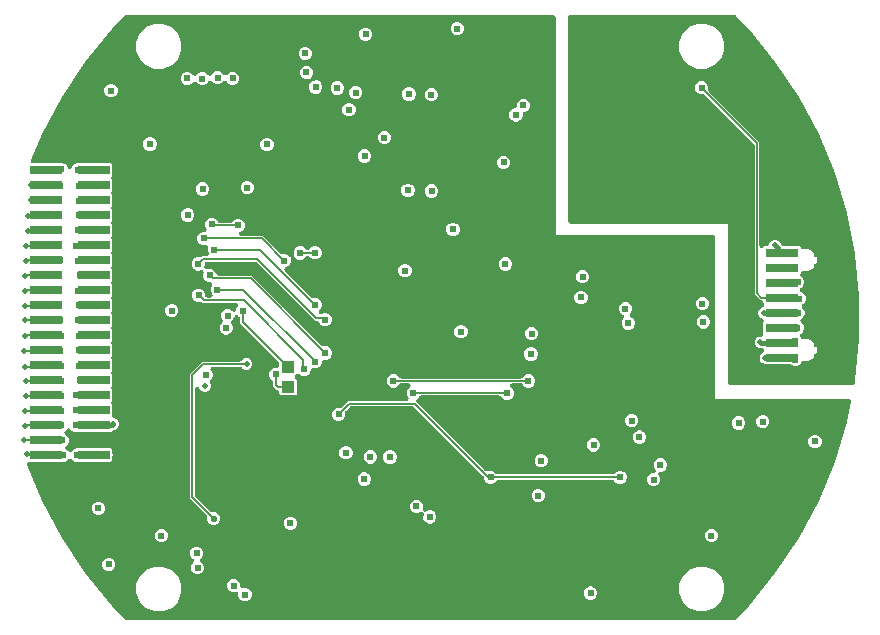
<source format=gbr>
G04 EAGLE Gerber RS-274X export*
G75*
%MOMM*%
%FSLAX34Y34*%
%LPD*%
%INBottom Copper*%
%IPPOS*%
%AMOC8*
5,1,8,0,0,1.08239X$1,22.5*%
G01*
%ADD10R,1.100000X1.000000*%
%ADD11R,2.790000X0.740000*%
%ADD12C,0.610000*%
%ADD13C,0.400000*%
%ADD14C,0.460000*%
%ADD15C,0.200000*%
%ADD16C,0.146813*%
%ADD17C,0.152400*%
%ADD18C,0.560000*%

G36*
X777500Y4008D02*
X777500Y4008D01*
X777570Y4006D01*
X777698Y4028D01*
X777828Y4041D01*
X777895Y4061D01*
X777964Y4073D01*
X778085Y4120D01*
X778210Y4159D01*
X778271Y4192D01*
X778336Y4218D01*
X778445Y4288D01*
X778560Y4350D01*
X778614Y4396D01*
X778672Y4433D01*
X778842Y4588D01*
X778865Y4608D01*
X778870Y4614D01*
X778878Y4621D01*
X789447Y15722D01*
X789478Y15761D01*
X789544Y15832D01*
X812062Y43270D01*
X812094Y43317D01*
X812179Y43427D01*
X831899Y72941D01*
X831926Y72991D01*
X832000Y73109D01*
X848732Y104413D01*
X848754Y104465D01*
X848816Y104590D01*
X862399Y137383D01*
X862416Y137438D01*
X862465Y137568D01*
X872769Y171535D01*
X872780Y171590D01*
X872817Y171725D01*
X876184Y188654D01*
X876187Y188680D01*
X876194Y188706D01*
X876206Y188878D01*
X876223Y189051D01*
X876220Y189078D01*
X876222Y189104D01*
X876199Y189276D01*
X876181Y189449D01*
X876173Y189474D01*
X876170Y189500D01*
X876114Y189664D01*
X876062Y189830D01*
X876049Y189853D01*
X876040Y189878D01*
X875953Y190028D01*
X875869Y190180D01*
X875852Y190200D01*
X875838Y190223D01*
X875723Y190351D01*
X875610Y190484D01*
X875589Y190500D01*
X875572Y190520D01*
X875433Y190623D01*
X875296Y190731D01*
X875272Y190743D01*
X875251Y190759D01*
X875095Y190832D01*
X874939Y190910D01*
X874914Y190917D01*
X874890Y190929D01*
X874722Y190970D01*
X874554Y191016D01*
X874528Y191017D01*
X874502Y191024D01*
X874223Y191043D01*
X761181Y191043D01*
X761181Y327744D01*
X761178Y327774D01*
X761180Y327805D01*
X761158Y327973D01*
X761141Y328142D01*
X761133Y328171D01*
X761129Y328201D01*
X761074Y328361D01*
X761023Y328523D01*
X761009Y328550D01*
X760999Y328578D01*
X760913Y328725D01*
X760832Y328874D01*
X760812Y328897D01*
X760797Y328923D01*
X760684Y329049D01*
X760574Y329179D01*
X760551Y329198D01*
X760530Y329220D01*
X760394Y329322D01*
X760261Y329427D01*
X760234Y329441D01*
X760210Y329459D01*
X760057Y329531D01*
X759905Y329608D01*
X759876Y329616D01*
X759849Y329629D01*
X759684Y329670D01*
X759520Y329715D01*
X759490Y329717D01*
X759461Y329724D01*
X759182Y329744D01*
X626142Y329744D01*
X626142Y514000D01*
X626139Y514030D01*
X626142Y514060D01*
X626119Y514229D01*
X626103Y514397D01*
X626094Y514426D01*
X626090Y514456D01*
X626035Y514617D01*
X625984Y514779D01*
X625970Y514806D01*
X625960Y514834D01*
X625874Y514980D01*
X625793Y515129D01*
X625773Y515153D01*
X625758Y515179D01*
X625645Y515305D01*
X625535Y515435D01*
X625512Y515454D01*
X625491Y515476D01*
X625356Y515577D01*
X625222Y515683D01*
X625195Y515697D01*
X625171Y515715D01*
X625018Y515787D01*
X624866Y515864D01*
X624837Y515872D01*
X624810Y515885D01*
X624645Y515925D01*
X624481Y515970D01*
X624451Y515973D01*
X624422Y515980D01*
X624143Y515999D01*
X262569Y515999D01*
X262500Y515992D01*
X262430Y515994D01*
X262302Y515972D01*
X262172Y515959D01*
X262105Y515939D01*
X262036Y515927D01*
X261915Y515880D01*
X261790Y515841D01*
X261729Y515808D01*
X261664Y515782D01*
X261554Y515712D01*
X261440Y515650D01*
X261387Y515605D01*
X261328Y515567D01*
X261158Y515412D01*
X261135Y515392D01*
X261130Y515386D01*
X261122Y515379D01*
X250553Y504278D01*
X250522Y504238D01*
X250456Y504168D01*
X227938Y476730D01*
X227906Y476683D01*
X227821Y476572D01*
X208101Y447059D01*
X208074Y447009D01*
X208000Y446891D01*
X191268Y415587D01*
X191246Y415535D01*
X191184Y415410D01*
X182015Y393275D01*
X182009Y393253D01*
X181999Y393233D01*
X181951Y393062D01*
X181900Y392893D01*
X181898Y392870D01*
X181892Y392848D01*
X181880Y392671D01*
X181863Y392495D01*
X181866Y392472D01*
X181864Y392450D01*
X181887Y392274D01*
X181906Y392098D01*
X181913Y392076D01*
X181916Y392054D01*
X181974Y391886D01*
X182027Y391717D01*
X182038Y391697D01*
X182046Y391676D01*
X182136Y391523D01*
X182221Y391368D01*
X182236Y391351D01*
X182248Y391331D01*
X182366Y391199D01*
X182481Y391065D01*
X182499Y391051D01*
X182514Y391034D01*
X182656Y390928D01*
X182796Y390819D01*
X182817Y390809D01*
X182835Y390795D01*
X182995Y390720D01*
X183154Y390641D01*
X183175Y390635D01*
X183196Y390625D01*
X183368Y390583D01*
X183539Y390537D01*
X183562Y390536D01*
X183584Y390530D01*
X183863Y390511D01*
X204124Y390511D01*
X204177Y390516D01*
X204230Y390514D01*
X204376Y390536D01*
X204522Y390551D01*
X204572Y390566D01*
X204625Y390574D01*
X204889Y390663D01*
X206233Y391219D01*
X208457Y391219D01*
X210512Y390368D01*
X212085Y388796D01*
X212894Y386842D01*
X212901Y386829D01*
X212906Y386814D01*
X212995Y386653D01*
X213083Y386490D01*
X213092Y386479D01*
X213100Y386465D01*
X213220Y386325D01*
X213338Y386183D01*
X213350Y386173D01*
X213360Y386162D01*
X213505Y386048D01*
X213649Y385932D01*
X213663Y385925D01*
X213674Y385916D01*
X213839Y385834D01*
X214004Y385749D01*
X214018Y385745D01*
X214032Y385738D01*
X214209Y385690D01*
X214388Y385639D01*
X214403Y385638D01*
X214418Y385634D01*
X214601Y385623D01*
X214786Y385609D01*
X214801Y385610D01*
X214816Y385609D01*
X214999Y385635D01*
X215183Y385657D01*
X215197Y385662D01*
X215212Y385664D01*
X215386Y385726D01*
X215561Y385784D01*
X215575Y385792D01*
X215589Y385797D01*
X215747Y385891D01*
X215907Y385984D01*
X215919Y385994D01*
X215932Y386001D01*
X216068Y386125D01*
X216207Y386248D01*
X216216Y386260D01*
X216227Y386270D01*
X216337Y386420D01*
X216448Y386566D01*
X216454Y386580D01*
X216463Y386592D01*
X216588Y386842D01*
X217071Y388009D01*
X218644Y389582D01*
X219349Y389874D01*
X219396Y389899D01*
X219446Y389917D01*
X219572Y389994D01*
X219701Y390063D01*
X219742Y390097D01*
X219787Y390124D01*
X219998Y390308D01*
X220201Y390511D01*
X249759Y390511D01*
X250931Y389339D01*
X250931Y380281D01*
X250523Y379874D01*
X250504Y379850D01*
X250481Y379830D01*
X250378Y379696D01*
X250270Y379564D01*
X250256Y379538D01*
X250238Y379514D01*
X250163Y379361D01*
X250084Y379211D01*
X250076Y379182D01*
X250062Y379155D01*
X250019Y378990D01*
X249972Y378828D01*
X249969Y378798D01*
X249961Y378768D01*
X249952Y378599D01*
X249938Y378430D01*
X249941Y378400D01*
X249940Y378370D01*
X249964Y378202D01*
X249984Y378033D01*
X249993Y378004D01*
X249997Y377974D01*
X250055Y377815D01*
X250108Y377653D01*
X250122Y377627D01*
X250133Y377598D01*
X250221Y377453D01*
X250304Y377306D01*
X250324Y377283D01*
X250340Y377257D01*
X250523Y377046D01*
X250931Y376639D01*
X250931Y367581D01*
X250523Y367174D01*
X250504Y367150D01*
X250481Y367130D01*
X250378Y366996D01*
X250270Y366864D01*
X250256Y366838D01*
X250238Y366814D01*
X250163Y366661D01*
X250084Y366511D01*
X250076Y366482D01*
X250062Y366455D01*
X250019Y366290D01*
X249972Y366128D01*
X249969Y366098D01*
X249961Y366068D01*
X249952Y365899D01*
X249938Y365730D01*
X249941Y365700D01*
X249940Y365670D01*
X249964Y365502D01*
X249984Y365333D01*
X249993Y365304D01*
X249997Y365274D01*
X250055Y365115D01*
X250108Y364953D01*
X250122Y364927D01*
X250133Y364898D01*
X250221Y364753D01*
X250304Y364606D01*
X250324Y364583D01*
X250340Y364557D01*
X250523Y364346D01*
X250931Y363939D01*
X250931Y354881D01*
X250523Y354474D01*
X250504Y354450D01*
X250481Y354430D01*
X250378Y354296D01*
X250270Y354164D01*
X250256Y354138D01*
X250238Y354114D01*
X250163Y353961D01*
X250084Y353811D01*
X250076Y353782D01*
X250062Y353755D01*
X250019Y353590D01*
X249972Y353428D01*
X249969Y353398D01*
X249961Y353368D01*
X249952Y353199D01*
X249938Y353030D01*
X249941Y353000D01*
X249940Y352970D01*
X249964Y352802D01*
X249984Y352633D01*
X249993Y352604D01*
X249997Y352574D01*
X250055Y352415D01*
X250108Y352253D01*
X250122Y352227D01*
X250133Y352198D01*
X250221Y352053D01*
X250304Y351906D01*
X250324Y351883D01*
X250340Y351857D01*
X250523Y351646D01*
X250931Y351239D01*
X250931Y342181D01*
X250523Y341774D01*
X250504Y341750D01*
X250481Y341730D01*
X250378Y341596D01*
X250270Y341464D01*
X250256Y341438D01*
X250238Y341414D01*
X250163Y341261D01*
X250084Y341111D01*
X250076Y341082D01*
X250062Y341055D01*
X250019Y340890D01*
X249972Y340728D01*
X249969Y340698D01*
X249961Y340668D01*
X249952Y340499D01*
X249938Y340330D01*
X249941Y340300D01*
X249940Y340270D01*
X249964Y340102D01*
X249984Y339933D01*
X249993Y339904D01*
X249997Y339874D01*
X250055Y339715D01*
X250108Y339553D01*
X250122Y339527D01*
X250133Y339498D01*
X250221Y339353D01*
X250304Y339206D01*
X250324Y339183D01*
X250340Y339157D01*
X250523Y338946D01*
X250931Y338539D01*
X250931Y329481D01*
X250523Y329074D01*
X250504Y329050D01*
X250481Y329030D01*
X250378Y328896D01*
X250270Y328764D01*
X250256Y328738D01*
X250238Y328714D01*
X250163Y328561D01*
X250084Y328411D01*
X250076Y328382D01*
X250062Y328355D01*
X250019Y328190D01*
X249972Y328028D01*
X249969Y327998D01*
X249961Y327968D01*
X249952Y327799D01*
X249938Y327630D01*
X249941Y327600D01*
X249940Y327570D01*
X249964Y327402D01*
X249984Y327233D01*
X249993Y327204D01*
X249997Y327174D01*
X250055Y327015D01*
X250108Y326853D01*
X250122Y326827D01*
X250133Y326798D01*
X250221Y326653D01*
X250304Y326506D01*
X250324Y326483D01*
X250340Y326457D01*
X250523Y326246D01*
X250931Y325839D01*
X250931Y316781D01*
X250523Y316374D01*
X250504Y316350D01*
X250481Y316330D01*
X250378Y316196D01*
X250270Y316064D01*
X250256Y316038D01*
X250238Y316014D01*
X250163Y315861D01*
X250084Y315711D01*
X250076Y315682D01*
X250062Y315655D01*
X250019Y315490D01*
X249972Y315328D01*
X249969Y315298D01*
X249961Y315268D01*
X249952Y315099D01*
X249938Y314930D01*
X249941Y314900D01*
X249940Y314870D01*
X249964Y314702D01*
X249984Y314533D01*
X249993Y314504D01*
X249997Y314474D01*
X250055Y314315D01*
X250108Y314153D01*
X250122Y314127D01*
X250133Y314098D01*
X250221Y313953D01*
X250304Y313806D01*
X250324Y313783D01*
X250340Y313757D01*
X250523Y313546D01*
X250931Y313139D01*
X250931Y304081D01*
X250523Y303674D01*
X250504Y303650D01*
X250481Y303630D01*
X250378Y303496D01*
X250270Y303364D01*
X250256Y303338D01*
X250238Y303314D01*
X250163Y303161D01*
X250084Y303011D01*
X250076Y302982D01*
X250062Y302955D01*
X250019Y302790D01*
X249972Y302628D01*
X249969Y302598D01*
X249961Y302568D01*
X249952Y302399D01*
X249938Y302230D01*
X249941Y302200D01*
X249940Y302170D01*
X249964Y302002D01*
X249984Y301833D01*
X249993Y301804D01*
X249997Y301774D01*
X250055Y301615D01*
X250108Y301453D01*
X250122Y301427D01*
X250133Y301398D01*
X250221Y301253D01*
X250304Y301106D01*
X250324Y301083D01*
X250340Y301057D01*
X250523Y300846D01*
X250931Y300439D01*
X250931Y291381D01*
X250523Y290974D01*
X250504Y290950D01*
X250481Y290930D01*
X250378Y290796D01*
X250270Y290664D01*
X250256Y290638D01*
X250238Y290614D01*
X250163Y290461D01*
X250084Y290311D01*
X250076Y290282D01*
X250062Y290255D01*
X250019Y290090D01*
X249972Y289928D01*
X249969Y289898D01*
X249961Y289868D01*
X249952Y289699D01*
X249938Y289530D01*
X249941Y289500D01*
X249940Y289470D01*
X249964Y289302D01*
X249984Y289133D01*
X249993Y289104D01*
X249997Y289074D01*
X250055Y288915D01*
X250108Y288753D01*
X250122Y288727D01*
X250133Y288698D01*
X250221Y288553D01*
X250304Y288406D01*
X250324Y288383D01*
X250340Y288357D01*
X250523Y288146D01*
X250931Y287739D01*
X250931Y278681D01*
X250523Y278274D01*
X250504Y278250D01*
X250481Y278230D01*
X250378Y278096D01*
X250270Y277964D01*
X250256Y277938D01*
X250238Y277914D01*
X250163Y277761D01*
X250084Y277611D01*
X250076Y277582D01*
X250062Y277555D01*
X250019Y277390D01*
X249972Y277228D01*
X249969Y277198D01*
X249961Y277168D01*
X249952Y276999D01*
X249938Y276830D01*
X249941Y276800D01*
X249940Y276770D01*
X249964Y276602D01*
X249984Y276433D01*
X249993Y276404D01*
X249997Y276374D01*
X250055Y276215D01*
X250108Y276053D01*
X250122Y276027D01*
X250133Y275998D01*
X250221Y275853D01*
X250304Y275706D01*
X250324Y275683D01*
X250340Y275657D01*
X250523Y275446D01*
X250931Y275039D01*
X250931Y265981D01*
X250523Y265574D01*
X250504Y265550D01*
X250481Y265530D01*
X250378Y265396D01*
X250270Y265264D01*
X250256Y265238D01*
X250238Y265214D01*
X250163Y265061D01*
X250084Y264911D01*
X250076Y264882D01*
X250062Y264855D01*
X250019Y264690D01*
X249972Y264528D01*
X249969Y264498D01*
X249961Y264468D01*
X249952Y264299D01*
X249938Y264130D01*
X249941Y264100D01*
X249940Y264070D01*
X249964Y263902D01*
X249984Y263733D01*
X249993Y263704D01*
X249997Y263674D01*
X250055Y263515D01*
X250108Y263353D01*
X250122Y263327D01*
X250133Y263298D01*
X250221Y263153D01*
X250304Y263006D01*
X250324Y262983D01*
X250340Y262957D01*
X250523Y262746D01*
X250931Y262339D01*
X250931Y253281D01*
X250523Y252874D01*
X250504Y252850D01*
X250481Y252830D01*
X250378Y252696D01*
X250270Y252564D01*
X250256Y252538D01*
X250238Y252514D01*
X250163Y252361D01*
X250084Y252211D01*
X250076Y252182D01*
X250062Y252155D01*
X250019Y251990D01*
X249972Y251828D01*
X249969Y251798D01*
X249961Y251768D01*
X249952Y251599D01*
X249938Y251430D01*
X249941Y251400D01*
X249940Y251370D01*
X249964Y251202D01*
X249984Y251033D01*
X249993Y251004D01*
X249997Y250974D01*
X250055Y250815D01*
X250108Y250653D01*
X250122Y250627D01*
X250133Y250598D01*
X250221Y250453D01*
X250304Y250306D01*
X250324Y250283D01*
X250340Y250257D01*
X250523Y250046D01*
X250931Y249639D01*
X250931Y240581D01*
X250523Y240174D01*
X250504Y240150D01*
X250481Y240130D01*
X250378Y239996D01*
X250270Y239864D01*
X250256Y239838D01*
X250238Y239814D01*
X250163Y239661D01*
X250084Y239511D01*
X250076Y239482D01*
X250062Y239455D01*
X250019Y239290D01*
X249972Y239128D01*
X249969Y239098D01*
X249961Y239068D01*
X249952Y238899D01*
X249938Y238730D01*
X249941Y238700D01*
X249940Y238670D01*
X249964Y238502D01*
X249984Y238333D01*
X249993Y238304D01*
X249997Y238274D01*
X250055Y238115D01*
X250108Y237953D01*
X250122Y237927D01*
X250133Y237898D01*
X250221Y237753D01*
X250304Y237606D01*
X250324Y237583D01*
X250340Y237557D01*
X250523Y237346D01*
X250931Y236939D01*
X250931Y227881D01*
X250523Y227474D01*
X250504Y227450D01*
X250481Y227430D01*
X250378Y227296D01*
X250270Y227164D01*
X250256Y227138D01*
X250238Y227114D01*
X250163Y226961D01*
X250084Y226811D01*
X250076Y226782D01*
X250062Y226755D01*
X250019Y226590D01*
X249972Y226428D01*
X249969Y226398D01*
X249961Y226368D01*
X249952Y226199D01*
X249938Y226030D01*
X249941Y226000D01*
X249940Y225970D01*
X249964Y225802D01*
X249984Y225633D01*
X249993Y225604D01*
X249997Y225574D01*
X250055Y225415D01*
X250108Y225253D01*
X250122Y225227D01*
X250133Y225198D01*
X250221Y225053D01*
X250304Y224906D01*
X250324Y224883D01*
X250340Y224857D01*
X250523Y224646D01*
X250931Y224239D01*
X250931Y215181D01*
X250523Y214774D01*
X250504Y214750D01*
X250481Y214730D01*
X250378Y214596D01*
X250270Y214464D01*
X250256Y214438D01*
X250238Y214414D01*
X250163Y214261D01*
X250084Y214111D01*
X250076Y214082D01*
X250062Y214055D01*
X250019Y213890D01*
X249972Y213728D01*
X249969Y213698D01*
X249961Y213668D01*
X249952Y213499D01*
X249938Y213330D01*
X249941Y213300D01*
X249940Y213270D01*
X249964Y213101D01*
X249984Y212933D01*
X249993Y212904D01*
X249997Y212874D01*
X250055Y212715D01*
X250108Y212553D01*
X250122Y212527D01*
X250133Y212498D01*
X250221Y212353D01*
X250304Y212206D01*
X250324Y212183D01*
X250340Y212157D01*
X250523Y211946D01*
X250931Y211539D01*
X250931Y202481D01*
X250523Y202074D01*
X250504Y202050D01*
X250481Y202030D01*
X250378Y201896D01*
X250270Y201764D01*
X250256Y201738D01*
X250238Y201714D01*
X250163Y201561D01*
X250084Y201411D01*
X250076Y201382D01*
X250062Y201355D01*
X250020Y201191D01*
X249972Y201028D01*
X249969Y200998D01*
X249962Y200968D01*
X249952Y200800D01*
X249938Y200630D01*
X249941Y200600D01*
X249940Y200570D01*
X249964Y200402D01*
X249984Y200233D01*
X249993Y200204D01*
X249997Y200174D01*
X250055Y200014D01*
X250108Y199853D01*
X250122Y199827D01*
X250133Y199799D01*
X250221Y199653D01*
X250304Y199506D01*
X250324Y199483D01*
X250340Y199457D01*
X250523Y199246D01*
X250931Y198839D01*
X250931Y189781D01*
X250523Y189374D01*
X250504Y189350D01*
X250481Y189330D01*
X250378Y189196D01*
X250270Y189064D01*
X250256Y189038D01*
X250238Y189014D01*
X250163Y188861D01*
X250084Y188711D01*
X250076Y188682D01*
X250062Y188655D01*
X250019Y188490D01*
X249972Y188328D01*
X249969Y188298D01*
X249961Y188268D01*
X249952Y188099D01*
X249938Y187930D01*
X249941Y187900D01*
X249940Y187870D01*
X249964Y187702D01*
X249984Y187533D01*
X249993Y187504D01*
X249997Y187474D01*
X250055Y187315D01*
X250108Y187153D01*
X250122Y187127D01*
X250133Y187098D01*
X250221Y186953D01*
X250304Y186806D01*
X250324Y186783D01*
X250340Y186757D01*
X250523Y186546D01*
X250931Y186139D01*
X250931Y176512D01*
X250934Y176482D01*
X250932Y176452D01*
X250954Y176283D01*
X250971Y176115D01*
X250980Y176086D01*
X250984Y176056D01*
X251039Y175895D01*
X251089Y175733D01*
X251103Y175706D01*
X251113Y175678D01*
X251199Y175532D01*
X251280Y175383D01*
X251300Y175359D01*
X251315Y175333D01*
X251428Y175207D01*
X251538Y175077D01*
X251561Y175058D01*
X251582Y175036D01*
X251718Y174935D01*
X251851Y174829D01*
X251878Y174815D01*
X251902Y174797D01*
X252055Y174725D01*
X252207Y174648D01*
X252236Y174640D01*
X252263Y174627D01*
X252429Y174587D01*
X252592Y174542D01*
X252611Y174540D01*
X254456Y173776D01*
X255818Y172414D01*
X256555Y170635D01*
X256555Y168709D01*
X255818Y166930D01*
X254456Y165568D01*
X252796Y164880D01*
X252749Y164855D01*
X252699Y164837D01*
X252689Y164831D01*
X252209Y164831D01*
X252164Y164827D01*
X252118Y164829D01*
X251965Y164807D01*
X251811Y164791D01*
X251768Y164778D01*
X251723Y164771D01*
X251578Y164719D01*
X251430Y164673D01*
X251390Y164652D01*
X251347Y164636D01*
X251215Y164556D01*
X251079Y164482D01*
X251045Y164452D01*
X251006Y164429D01*
X250795Y164246D01*
X249759Y163209D01*
X221558Y163209D01*
X221505Y163204D01*
X221452Y163206D01*
X221307Y163184D01*
X221268Y163180D01*
X218866Y163180D01*
X216811Y164031D01*
X215302Y165540D01*
X215279Y165559D01*
X215259Y165582D01*
X215124Y165686D01*
X214993Y165793D01*
X214966Y165807D01*
X214942Y165826D01*
X214790Y165900D01*
X214640Y165979D01*
X214611Y165988D01*
X214584Y166001D01*
X214420Y166044D01*
X214257Y166092D01*
X214226Y166094D01*
X214197Y166102D01*
X214028Y166111D01*
X213859Y166125D01*
X213828Y166122D01*
X213798Y166124D01*
X213631Y166099D01*
X213462Y166080D01*
X213433Y166070D01*
X213403Y166066D01*
X213244Y166008D01*
X213082Y165956D01*
X213056Y165941D01*
X213027Y165931D01*
X212882Y165843D01*
X212735Y165759D01*
X212712Y165739D01*
X212686Y165723D01*
X212475Y165540D01*
X210836Y163901D01*
X210821Y163883D01*
X210804Y163868D01*
X210695Y163728D01*
X210583Y163591D01*
X210572Y163571D01*
X210558Y163553D01*
X210479Y163394D01*
X210396Y163238D01*
X210390Y163216D01*
X210380Y163196D01*
X210334Y163024D01*
X210284Y162855D01*
X210282Y162832D01*
X210276Y162810D01*
X210265Y162633D01*
X210250Y162457D01*
X210253Y162434D01*
X210251Y162411D01*
X210276Y162236D01*
X210296Y162060D01*
X210303Y162038D01*
X210306Y162016D01*
X210365Y161849D01*
X210420Y161680D01*
X210431Y161660D01*
X210439Y161639D01*
X210529Y161487D01*
X210617Y161333D01*
X210632Y161315D01*
X210643Y161296D01*
X210763Y161165D01*
X210879Y161031D01*
X210897Y161017D01*
X210912Y161000D01*
X211056Y160895D01*
X211196Y160788D01*
X211216Y160778D01*
X211234Y160764D01*
X211372Y160696D01*
X212961Y159107D01*
X213812Y157052D01*
X213812Y154828D01*
X212961Y152773D01*
X211564Y151375D01*
X211549Y151358D01*
X211532Y151343D01*
X211423Y151203D01*
X211311Y151066D01*
X211300Y151046D01*
X211286Y151028D01*
X211207Y150869D01*
X211124Y150713D01*
X211118Y150691D01*
X211108Y150671D01*
X211062Y150499D01*
X211012Y150329D01*
X211010Y150307D01*
X211004Y150285D01*
X210993Y150109D01*
X210978Y149931D01*
X210981Y149909D01*
X210979Y149886D01*
X211004Y149710D01*
X211024Y149535D01*
X211031Y149513D01*
X211034Y149491D01*
X211093Y149323D01*
X211148Y149155D01*
X211159Y149135D01*
X211167Y149114D01*
X211258Y148961D01*
X211345Y148807D01*
X211360Y148790D01*
X211371Y148771D01*
X211491Y148640D01*
X211607Y148506D01*
X211625Y148492D01*
X211640Y148475D01*
X211783Y148370D01*
X211924Y148263D01*
X211944Y148253D01*
X211962Y148239D01*
X212212Y148115D01*
X212272Y148090D01*
X213646Y146716D01*
X213669Y146697D01*
X213689Y146674D01*
X213824Y146570D01*
X213955Y146463D01*
X213982Y146449D01*
X214006Y146430D01*
X214158Y146356D01*
X214308Y146277D01*
X214338Y146268D01*
X214365Y146255D01*
X214528Y146212D01*
X214692Y146164D01*
X214722Y146162D01*
X214751Y146154D01*
X214920Y146145D01*
X215090Y146130D01*
X215120Y146134D01*
X215150Y146132D01*
X215318Y146157D01*
X215487Y146176D01*
X215515Y146186D01*
X215545Y146190D01*
X215705Y146248D01*
X215866Y146300D01*
X215893Y146315D01*
X215921Y146325D01*
X216066Y146413D01*
X216214Y146497D01*
X216237Y146517D01*
X216263Y146533D01*
X216473Y146716D01*
X217740Y147983D01*
X219478Y148702D01*
X219524Y148727D01*
X219574Y148745D01*
X219700Y148822D01*
X219829Y148891D01*
X219870Y148925D01*
X219915Y148952D01*
X220126Y149136D01*
X220201Y149211D01*
X249759Y149211D01*
X250931Y148039D01*
X250931Y144957D01*
X250936Y144905D01*
X250934Y144852D01*
X250956Y144706D01*
X250967Y144599D01*
X250967Y142435D01*
X250963Y142392D01*
X250950Y142341D01*
X250931Y142063D01*
X250931Y138981D01*
X249759Y137809D01*
X222796Y137809D01*
X222743Y137804D01*
X222690Y137806D01*
X222545Y137784D01*
X222398Y137769D01*
X222348Y137754D01*
X222295Y137746D01*
X222031Y137657D01*
X222019Y137652D01*
X219795Y137652D01*
X217740Y138503D01*
X216366Y139877D01*
X216343Y139896D01*
X216323Y139919D01*
X216188Y140023D01*
X216057Y140130D01*
X216030Y140144D01*
X216006Y140163D01*
X215854Y140237D01*
X215703Y140316D01*
X215674Y140325D01*
X215647Y140338D01*
X215484Y140381D01*
X215320Y140429D01*
X215290Y140431D01*
X215261Y140439D01*
X215092Y140448D01*
X214922Y140463D01*
X214892Y140459D01*
X214862Y140461D01*
X214694Y140436D01*
X214525Y140417D01*
X214497Y140407D01*
X214467Y140403D01*
X214307Y140345D01*
X214146Y140293D01*
X214119Y140278D01*
X214091Y140268D01*
X213946Y140180D01*
X213798Y140096D01*
X213775Y140076D01*
X213749Y140060D01*
X213539Y139877D01*
X212272Y138611D01*
X210217Y137759D01*
X207900Y137759D01*
X207858Y137772D01*
X207805Y137777D01*
X207754Y137790D01*
X207475Y137809D01*
X180416Y137809D01*
X180394Y137807D01*
X180371Y137809D01*
X180195Y137787D01*
X180019Y137769D01*
X179997Y137763D01*
X179975Y137760D01*
X179807Y137704D01*
X179637Y137651D01*
X179617Y137640D01*
X179596Y137633D01*
X179443Y137545D01*
X179287Y137460D01*
X179269Y137445D01*
X179250Y137434D01*
X179117Y137317D01*
X178981Y137202D01*
X178967Y137184D01*
X178950Y137169D01*
X178844Y137029D01*
X178733Y136889D01*
X178723Y136869D01*
X178709Y136851D01*
X178633Y136692D01*
X178552Y136533D01*
X178546Y136511D01*
X178537Y136491D01*
X178493Y136319D01*
X178446Y136148D01*
X178444Y136126D01*
X178439Y136103D01*
X178430Y135926D01*
X178418Y135750D01*
X178421Y135727D01*
X178420Y135705D01*
X178447Y135529D01*
X178470Y135354D01*
X178477Y135332D01*
X178481Y135310D01*
X178569Y135045D01*
X191184Y104590D01*
X191211Y104540D01*
X191268Y104413D01*
X208000Y73109D01*
X208032Y73061D01*
X208101Y72941D01*
X227821Y43428D01*
X227857Y43384D01*
X227938Y43270D01*
X250456Y15832D01*
X250492Y15796D01*
X250553Y15722D01*
X261122Y4621D01*
X261175Y4576D01*
X261221Y4524D01*
X261326Y4446D01*
X261424Y4361D01*
X261485Y4327D01*
X261542Y4285D01*
X261659Y4230D01*
X261773Y4166D01*
X261840Y4145D01*
X261903Y4115D01*
X262030Y4084D01*
X262154Y4044D01*
X262223Y4037D01*
X262291Y4020D01*
X262520Y4004D01*
X262551Y4001D01*
X262558Y4002D01*
X262569Y4001D01*
X777431Y4001D01*
X777500Y4008D01*
G37*
G36*
X877364Y202667D02*
X877364Y202667D01*
X877398Y202665D01*
X877562Y202687D01*
X877728Y202704D01*
X877760Y202714D01*
X877794Y202718D01*
X877950Y202773D01*
X878109Y202822D01*
X878139Y202838D01*
X878171Y202849D01*
X878314Y202934D01*
X878460Y203013D01*
X878486Y203035D01*
X878515Y203053D01*
X878638Y203164D01*
X878765Y203271D01*
X878786Y203298D01*
X878811Y203320D01*
X878910Y203454D01*
X879013Y203584D01*
X879029Y203614D01*
X879049Y203642D01*
X879119Y203792D01*
X879194Y203940D01*
X879203Y203973D01*
X879218Y204004D01*
X879291Y204273D01*
X879742Y206538D01*
X879747Y206595D01*
X879770Y206732D01*
X883249Y242056D01*
X883249Y242113D01*
X883259Y242252D01*
X883259Y277748D01*
X883253Y277804D01*
X883249Y277944D01*
X879770Y313268D01*
X879759Y313323D01*
X879742Y313462D01*
X872817Y348275D01*
X872800Y348329D01*
X872769Y348465D01*
X862465Y382432D01*
X862444Y382484D01*
X862399Y382617D01*
X848816Y415410D01*
X848789Y415460D01*
X848732Y415587D01*
X832000Y446891D01*
X831968Y446939D01*
X831899Y447059D01*
X812179Y476572D01*
X812143Y476616D01*
X812062Y476730D01*
X789544Y504168D01*
X789508Y504204D01*
X789447Y504278D01*
X778878Y515379D01*
X778825Y515424D01*
X778779Y515476D01*
X778674Y515554D01*
X778576Y515639D01*
X778515Y515673D01*
X778458Y515715D01*
X778341Y515770D01*
X778227Y515834D01*
X778160Y515855D01*
X778097Y515885D01*
X777970Y515916D01*
X777846Y515956D01*
X777777Y515963D01*
X777709Y515980D01*
X777480Y515996D01*
X777449Y515999D01*
X777442Y515998D01*
X777431Y515999D01*
X638801Y515999D01*
X638771Y515996D01*
X638740Y515998D01*
X638572Y515976D01*
X638403Y515959D01*
X638374Y515950D01*
X638344Y515946D01*
X638184Y515891D01*
X638022Y515841D01*
X637995Y515827D01*
X637967Y515817D01*
X637821Y515731D01*
X637671Y515650D01*
X637648Y515630D01*
X637622Y515615D01*
X637496Y515502D01*
X637366Y515392D01*
X637347Y515369D01*
X637325Y515348D01*
X637223Y515212D01*
X637118Y515079D01*
X637104Y515052D01*
X637086Y515028D01*
X637014Y514875D01*
X636937Y514723D01*
X636929Y514694D01*
X636916Y514667D01*
X636876Y514501D01*
X636830Y514338D01*
X636828Y514308D01*
X636821Y514279D01*
X636802Y514000D01*
X636802Y341469D01*
X636805Y341439D01*
X636802Y341409D01*
X636825Y341240D01*
X636841Y341072D01*
X636850Y341043D01*
X636854Y341013D01*
X636909Y340852D01*
X636960Y340690D01*
X636974Y340664D01*
X636984Y340635D01*
X637070Y340489D01*
X637151Y340340D01*
X637171Y340316D01*
X637186Y340290D01*
X637299Y340164D01*
X637409Y340034D01*
X637432Y340016D01*
X637453Y339993D01*
X637588Y339892D01*
X637722Y339786D01*
X637749Y339772D01*
X637773Y339754D01*
X637926Y339682D01*
X638078Y339605D01*
X638107Y339597D01*
X638134Y339584D01*
X638299Y339544D01*
X638463Y339499D01*
X638493Y339497D01*
X638522Y339489D01*
X638801Y339470D01*
X772354Y339470D01*
X772354Y204663D01*
X772357Y204633D01*
X772355Y204603D01*
X772377Y204434D01*
X772394Y204266D01*
X772403Y204237D01*
X772407Y204207D01*
X772462Y204046D01*
X772512Y203884D01*
X772527Y203857D01*
X772537Y203829D01*
X772622Y203683D01*
X772704Y203534D01*
X772724Y203510D01*
X772739Y203484D01*
X772852Y203358D01*
X772962Y203228D01*
X772985Y203209D01*
X773005Y203187D01*
X773141Y203086D01*
X773275Y202980D01*
X773302Y202966D01*
X773326Y202948D01*
X773479Y202876D01*
X773631Y202799D01*
X773660Y202791D01*
X773687Y202778D01*
X773852Y202738D01*
X774016Y202693D01*
X774046Y202690D01*
X774075Y202683D01*
X774354Y202664D01*
X877330Y202664D01*
X877364Y202667D01*
G37*
%LPC*%
G36*
X393268Y194076D02*
X393268Y194076D01*
X392096Y195248D01*
X392096Y196807D01*
X392093Y196837D01*
X392095Y196867D01*
X392073Y197035D01*
X392056Y197204D01*
X392048Y197233D01*
X392044Y197263D01*
X391989Y197423D01*
X391938Y197586D01*
X391924Y197612D01*
X391914Y197641D01*
X391828Y197787D01*
X391747Y197936D01*
X391727Y197959D01*
X391712Y197985D01*
X391599Y198112D01*
X391489Y198242D01*
X391466Y198260D01*
X391445Y198283D01*
X391309Y198384D01*
X391176Y198490D01*
X391149Y198503D01*
X391125Y198521D01*
X390972Y198594D01*
X390820Y198671D01*
X390791Y198679D01*
X390764Y198692D01*
X390599Y198732D01*
X390435Y198777D01*
X390405Y198779D01*
X390376Y198786D01*
X390097Y198806D01*
X389973Y198806D01*
X386776Y202003D01*
X386776Y205414D01*
X386773Y205452D01*
X386775Y205491D01*
X386753Y205651D01*
X386736Y205811D01*
X386725Y205848D01*
X386720Y205886D01*
X386666Y206038D01*
X386618Y206193D01*
X386600Y206227D01*
X386587Y206263D01*
X386504Y206401D01*
X386427Y206543D01*
X386402Y206573D01*
X386382Y206606D01*
X386273Y206725D01*
X386169Y206849D01*
X386139Y206873D01*
X386113Y206901D01*
X386064Y206937D01*
X384308Y208694D01*
X383456Y210748D01*
X383456Y212973D01*
X384308Y215027D01*
X385880Y216600D01*
X387935Y217451D01*
X390097Y217451D01*
X390127Y217454D01*
X390157Y217452D01*
X390326Y217474D01*
X390495Y217491D01*
X390523Y217500D01*
X390553Y217504D01*
X390714Y217559D01*
X390876Y217609D01*
X390903Y217624D01*
X390931Y217634D01*
X391077Y217719D01*
X391227Y217801D01*
X391250Y217820D01*
X391276Y217836D01*
X391402Y217949D01*
X391532Y218058D01*
X391551Y218082D01*
X391573Y218102D01*
X391675Y218238D01*
X391780Y218371D01*
X391794Y218398D01*
X391812Y218423D01*
X391884Y218576D01*
X391961Y218727D01*
X391969Y218757D01*
X391982Y218784D01*
X392022Y218949D01*
X392068Y219112D01*
X392070Y219143D01*
X392077Y219172D01*
X392096Y219451D01*
X392096Y221538D01*
X392092Y221583D01*
X392094Y221628D01*
X392072Y221781D01*
X392056Y221935D01*
X392043Y221979D01*
X392036Y222024D01*
X391984Y222169D01*
X391938Y222317D01*
X391917Y222357D01*
X391901Y222399D01*
X391821Y222531D01*
X391747Y222667D01*
X391717Y222702D01*
X391694Y222741D01*
X391511Y222952D01*
X359152Y255311D01*
X359152Y258927D01*
X359148Y258965D01*
X359150Y259003D01*
X359128Y259163D01*
X359112Y259324D01*
X359100Y259361D01*
X359095Y259399D01*
X359042Y259551D01*
X358994Y259706D01*
X358975Y259740D01*
X358962Y259776D01*
X358880Y259914D01*
X358802Y260056D01*
X358777Y260086D01*
X358757Y260119D01*
X358649Y260238D01*
X358545Y260361D01*
X358514Y260385D01*
X358488Y260414D01*
X358439Y260450D01*
X357397Y261492D01*
X357379Y261507D01*
X357364Y261524D01*
X357224Y261633D01*
X357088Y261745D01*
X357067Y261756D01*
X357050Y261770D01*
X356891Y261849D01*
X356734Y261932D01*
X356712Y261938D01*
X356692Y261948D01*
X356521Y261994D01*
X356351Y262044D01*
X356328Y262046D01*
X356306Y262052D01*
X356130Y262063D01*
X355953Y262078D01*
X355930Y262075D01*
X355908Y262077D01*
X355732Y262052D01*
X355556Y262032D01*
X355535Y262025D01*
X355512Y262022D01*
X355344Y261963D01*
X355176Y261908D01*
X355157Y261897D01*
X355135Y261889D01*
X354983Y261798D01*
X354829Y261711D01*
X354812Y261696D01*
X354792Y261685D01*
X354661Y261565D01*
X354527Y261449D01*
X354514Y261431D01*
X354497Y261416D01*
X354392Y261273D01*
X354284Y261132D01*
X354274Y261112D01*
X354261Y261094D01*
X354136Y260844D01*
X353164Y258497D01*
X351913Y257245D01*
X351893Y257222D01*
X351870Y257202D01*
X351767Y257068D01*
X351660Y256936D01*
X351646Y256909D01*
X351627Y256885D01*
X351553Y256733D01*
X351473Y256583D01*
X351465Y256554D01*
X351452Y256526D01*
X351409Y256362D01*
X351361Y256199D01*
X351359Y256169D01*
X351351Y256140D01*
X351342Y255971D01*
X351327Y255801D01*
X351331Y255771D01*
X351329Y255741D01*
X351354Y255573D01*
X351373Y255405D01*
X351382Y255376D01*
X351387Y255346D01*
X351444Y255186D01*
X351497Y255025D01*
X351512Y254999D01*
X351522Y254970D01*
X351610Y254825D01*
X351694Y254677D01*
X351714Y254654D01*
X351729Y254629D01*
X351913Y254418D01*
X351958Y254373D01*
X352809Y252318D01*
X352809Y250094D01*
X351958Y248039D01*
X350385Y246466D01*
X348330Y245615D01*
X346106Y245615D01*
X344051Y246466D01*
X342478Y248039D01*
X341627Y250094D01*
X341627Y252318D01*
X342478Y254373D01*
X343730Y255624D01*
X343749Y255647D01*
X343772Y255667D01*
X343875Y255802D01*
X343982Y255933D01*
X343997Y255960D01*
X344015Y255984D01*
X344090Y256137D01*
X344169Y256287D01*
X344177Y256316D01*
X344191Y256343D01*
X344233Y256507D01*
X344281Y256670D01*
X344284Y256700D01*
X344291Y256729D01*
X344301Y256898D01*
X344315Y257068D01*
X344311Y257098D01*
X344313Y257128D01*
X344289Y257296D01*
X344269Y257465D01*
X344260Y257493D01*
X344255Y257523D01*
X344198Y257684D01*
X344145Y257844D01*
X344130Y257871D01*
X344120Y257899D01*
X344032Y258045D01*
X343948Y258192D01*
X343928Y258215D01*
X343913Y258241D01*
X343730Y258451D01*
X343685Y258497D01*
X342833Y260551D01*
X342833Y262776D01*
X343685Y264830D01*
X345257Y266403D01*
X347312Y267254D01*
X349536Y267254D01*
X351591Y266403D01*
X352450Y265544D01*
X352467Y265530D01*
X352482Y265513D01*
X352622Y265403D01*
X352759Y265292D01*
X352779Y265281D01*
X352797Y265267D01*
X352955Y265188D01*
X353112Y265105D01*
X353134Y265099D01*
X353154Y265089D01*
X353325Y265043D01*
X353496Y264993D01*
X353518Y264991D01*
X353540Y264985D01*
X353716Y264974D01*
X353894Y264959D01*
X353916Y264962D01*
X353939Y264960D01*
X354114Y264984D01*
X354290Y265005D01*
X354312Y265012D01*
X354334Y265015D01*
X354502Y265074D01*
X354670Y265129D01*
X354690Y265140D01*
X354711Y265147D01*
X354864Y265238D01*
X355018Y265326D01*
X355035Y265340D01*
X355054Y265352D01*
X355186Y265472D01*
X355319Y265588D01*
X355333Y265606D01*
X355350Y265621D01*
X355455Y265764D01*
X355562Y265904D01*
X355572Y265925D01*
X355586Y265943D01*
X355711Y266193D01*
X356683Y268540D01*
X356946Y268803D01*
X356955Y268815D01*
X356967Y268825D01*
X357081Y268969D01*
X357199Y269112D01*
X357206Y269126D01*
X357215Y269138D01*
X357299Y269303D01*
X357385Y269466D01*
X357389Y269480D01*
X357396Y269494D01*
X357445Y269671D01*
X357497Y269849D01*
X357499Y269864D01*
X357503Y269879D01*
X357515Y270062D01*
X357531Y270247D01*
X357529Y270262D01*
X357530Y270277D01*
X357507Y270460D01*
X357485Y270644D01*
X357481Y270658D01*
X357479Y270673D01*
X357419Y270847D01*
X357361Y271024D01*
X357354Y271037D01*
X357349Y271051D01*
X357255Y271211D01*
X357165Y271371D01*
X357155Y271382D01*
X357147Y271396D01*
X357024Y271533D01*
X356903Y271673D01*
X356891Y271682D01*
X356880Y271693D01*
X356733Y271803D01*
X356586Y271916D01*
X356572Y271923D01*
X356560Y271932D01*
X356394Y272010D01*
X356227Y272091D01*
X356212Y272095D01*
X356199Y272102D01*
X356020Y272146D01*
X355841Y272192D01*
X355825Y272193D01*
X355811Y272197D01*
X355532Y272216D01*
X327429Y272216D01*
X326847Y272798D01*
X326817Y272823D01*
X326791Y272851D01*
X326662Y272949D01*
X326537Y273051D01*
X326504Y273069D01*
X326473Y273092D01*
X326327Y273162D01*
X326184Y273237D01*
X326147Y273248D01*
X326113Y273265D01*
X325956Y273304D01*
X325801Y273350D01*
X325762Y273353D01*
X325725Y273362D01*
X325564Y273370D01*
X325403Y273384D01*
X325365Y273379D01*
X325326Y273381D01*
X325266Y273372D01*
X322782Y273372D01*
X320727Y274223D01*
X319154Y275796D01*
X318303Y277850D01*
X318303Y280075D01*
X319154Y282129D01*
X320727Y283702D01*
X322782Y284553D01*
X325006Y284553D01*
X327061Y283702D01*
X328633Y282129D01*
X329485Y280075D01*
X329485Y278757D01*
X329488Y278727D01*
X329485Y278697D01*
X329508Y278528D01*
X329524Y278359D01*
X329533Y278331D01*
X329537Y278301D01*
X329592Y278140D01*
X329643Y277978D01*
X329657Y277951D01*
X329667Y277923D01*
X329753Y277777D01*
X329834Y277627D01*
X329854Y277604D01*
X329869Y277578D01*
X329982Y277452D01*
X330092Y277322D01*
X330115Y277303D01*
X330136Y277281D01*
X330271Y277179D01*
X330405Y277074D01*
X330432Y277060D01*
X330456Y277042D01*
X330609Y276970D01*
X330761Y276893D01*
X330790Y276885D01*
X330817Y276872D01*
X330982Y276832D01*
X331146Y276786D01*
X331176Y276784D01*
X331205Y276777D01*
X331484Y276758D01*
X333756Y276758D01*
X333771Y276759D01*
X333787Y276758D01*
X333971Y276779D01*
X334154Y276798D01*
X334168Y276802D01*
X334183Y276804D01*
X334359Y276861D01*
X334535Y276916D01*
X334549Y276923D01*
X334563Y276928D01*
X334722Y277018D01*
X334886Y277107D01*
X334898Y277117D01*
X334911Y277124D01*
X335049Y277245D01*
X335191Y277365D01*
X335201Y277377D01*
X335212Y277387D01*
X335324Y277532D01*
X335439Y277678D01*
X335446Y277691D01*
X335455Y277703D01*
X335536Y277869D01*
X335620Y278034D01*
X335624Y278048D01*
X335631Y278062D01*
X335678Y278242D01*
X335727Y278419D01*
X335728Y278434D01*
X335732Y278449D01*
X335742Y278633D01*
X335755Y278817D01*
X335753Y278832D01*
X335754Y278847D01*
X335727Y279029D01*
X335703Y279213D01*
X335698Y279228D01*
X335696Y279243D01*
X335633Y279416D01*
X335573Y279591D01*
X335566Y279604D01*
X335560Y279618D01*
X335465Y279776D01*
X335371Y279936D01*
X335361Y279947D01*
X335353Y279960D01*
X335170Y280171D01*
X334795Y280546D01*
X333944Y282600D01*
X333944Y284825D01*
X334832Y286968D01*
X334852Y286992D01*
X334859Y287006D01*
X334868Y287018D01*
X334952Y287183D01*
X335038Y287346D01*
X335042Y287360D01*
X335049Y287374D01*
X335098Y287551D01*
X335150Y287729D01*
X335152Y287744D01*
X335156Y287759D01*
X335169Y287942D01*
X335184Y288127D01*
X335183Y288142D01*
X335184Y288157D01*
X335160Y288340D01*
X335139Y288524D01*
X335134Y288538D01*
X335132Y288553D01*
X335072Y288727D01*
X335015Y288903D01*
X335007Y288917D01*
X335002Y288931D01*
X334909Y289091D01*
X334818Y289251D01*
X334808Y289262D01*
X334800Y289276D01*
X334677Y289413D01*
X334556Y289552D01*
X334544Y289562D01*
X334534Y289573D01*
X334385Y289684D01*
X334239Y289796D01*
X334226Y289803D01*
X334213Y289812D01*
X334046Y289891D01*
X333881Y289972D01*
X333866Y289975D01*
X333852Y289982D01*
X333673Y290026D01*
X333494Y290072D01*
X333479Y290073D01*
X333464Y290077D01*
X333185Y290096D01*
X332169Y290096D01*
X330114Y290947D01*
X328542Y292520D01*
X327691Y294575D01*
X327691Y296799D01*
X327976Y297489D01*
X327981Y297503D01*
X327988Y297517D01*
X328038Y297694D01*
X328091Y297871D01*
X328093Y297886D01*
X328097Y297901D01*
X328111Y298086D01*
X328128Y298269D01*
X328127Y298284D01*
X328128Y298299D01*
X328105Y298482D01*
X328085Y298666D01*
X328081Y298680D01*
X328079Y298695D01*
X328020Y298871D01*
X327964Y299047D01*
X327957Y299060D01*
X327952Y299074D01*
X327860Y299234D01*
X327770Y299396D01*
X327760Y299407D01*
X327753Y299420D01*
X327630Y299559D01*
X327511Y299699D01*
X327499Y299708D01*
X327489Y299720D01*
X327340Y299832D01*
X327196Y299945D01*
X327182Y299952D01*
X327170Y299961D01*
X327003Y300041D01*
X326838Y300123D01*
X326824Y300127D01*
X326810Y300134D01*
X326631Y300179D01*
X326452Y300227D01*
X326437Y300228D01*
X326423Y300231D01*
X326239Y300240D01*
X326054Y300252D01*
X326039Y300250D01*
X326024Y300250D01*
X325842Y300222D01*
X325658Y300197D01*
X325644Y300192D01*
X325629Y300189D01*
X325364Y300101D01*
X324639Y299800D01*
X322415Y299800D01*
X320360Y300652D01*
X318787Y302224D01*
X317936Y304279D01*
X317936Y306503D01*
X318787Y308558D01*
X320360Y310131D01*
X322415Y310982D01*
X324950Y310982D01*
X325080Y310970D01*
X325118Y310974D01*
X325156Y310972D01*
X325316Y310995D01*
X325477Y311012D01*
X325514Y311024D01*
X325551Y311030D01*
X325703Y311084D01*
X325858Y311133D01*
X325891Y311152D01*
X325927Y311165D01*
X326065Y311249D01*
X326207Y311327D01*
X326236Y311352D01*
X326269Y311372D01*
X326479Y311555D01*
X326681Y311757D01*
X330583Y311757D01*
X330606Y311759D01*
X330628Y311757D01*
X330804Y311779D01*
X330981Y311797D01*
X331002Y311803D01*
X331025Y311806D01*
X331193Y311862D01*
X331362Y311915D01*
X331382Y311926D01*
X331404Y311933D01*
X331557Y312021D01*
X331713Y312106D01*
X331730Y312121D01*
X331750Y312132D01*
X331883Y312250D01*
X332018Y312364D01*
X332032Y312382D01*
X332049Y312397D01*
X332156Y312538D01*
X332266Y312677D01*
X332276Y312697D01*
X332290Y312715D01*
X332367Y312875D01*
X332447Y313033D01*
X332453Y313055D01*
X332463Y313075D01*
X332506Y313247D01*
X332554Y313418D01*
X332555Y313440D01*
X332561Y313463D01*
X332569Y313640D01*
X332581Y313816D01*
X332579Y313839D01*
X332580Y313862D01*
X332553Y314037D01*
X332530Y314212D01*
X332522Y314234D01*
X332519Y314256D01*
X332430Y314521D01*
X331634Y316443D01*
X331634Y318696D01*
X331659Y318784D01*
X331710Y318954D01*
X331712Y318977D01*
X331718Y318999D01*
X331730Y319175D01*
X331747Y319352D01*
X331744Y319374D01*
X331746Y319397D01*
X331723Y319572D01*
X331704Y319749D01*
X331697Y319770D01*
X331694Y319793D01*
X331637Y319961D01*
X331583Y320129D01*
X331572Y320149D01*
X331564Y320171D01*
X331475Y320324D01*
X331389Y320478D01*
X331374Y320496D01*
X331362Y320515D01*
X331244Y320647D01*
X331129Y320782D01*
X331111Y320796D01*
X331096Y320813D01*
X330954Y320918D01*
X330814Y321028D01*
X330794Y321038D01*
X330775Y321051D01*
X330616Y321127D01*
X330457Y321206D01*
X330435Y321212D01*
X330414Y321222D01*
X330242Y321264D01*
X330071Y321310D01*
X330048Y321311D01*
X330026Y321316D01*
X329748Y321336D01*
X327272Y321336D01*
X325217Y322187D01*
X323644Y323760D01*
X322793Y325815D01*
X322793Y328039D01*
X323644Y330094D01*
X325217Y331666D01*
X327272Y332517D01*
X328603Y332517D01*
X328620Y332519D01*
X328637Y332518D01*
X328819Y332539D01*
X329001Y332557D01*
X329017Y332562D01*
X329034Y332564D01*
X329208Y332621D01*
X329382Y332675D01*
X329397Y332683D01*
X329413Y332689D01*
X329572Y332779D01*
X329733Y332867D01*
X329746Y332878D01*
X329760Y332886D01*
X329899Y333007D01*
X330038Y333124D01*
X330049Y333138D01*
X330061Y333149D01*
X330173Y333294D01*
X330286Y333437D01*
X330294Y333453D01*
X330304Y333466D01*
X330384Y333630D01*
X330467Y333794D01*
X330472Y333810D01*
X330479Y333825D01*
X330525Y334003D01*
X330574Y334178D01*
X330575Y334195D01*
X330579Y334212D01*
X330589Y334395D01*
X330602Y334577D01*
X330599Y334594D01*
X330600Y334611D01*
X330573Y334792D01*
X330550Y334973D01*
X330544Y334989D01*
X330542Y335006D01*
X330479Y335178D01*
X330471Y335204D01*
X330442Y335290D01*
X330437Y335300D01*
X330420Y335351D01*
X330412Y335365D01*
X330406Y335381D01*
X330400Y335391D01*
X329438Y337713D01*
X329438Y339937D01*
X330289Y341992D01*
X331862Y343564D01*
X333917Y344415D01*
X336141Y344415D01*
X338196Y343564D01*
X339769Y341992D01*
X340050Y341313D01*
X340068Y341280D01*
X340080Y341244D01*
X340162Y341104D01*
X340239Y340961D01*
X340263Y340932D01*
X340282Y340899D01*
X340390Y340779D01*
X340494Y340654D01*
X340523Y340630D01*
X340548Y340602D01*
X340678Y340505D01*
X340805Y340403D01*
X340839Y340386D01*
X340869Y340363D01*
X341015Y340294D01*
X341160Y340220D01*
X341196Y340209D01*
X341230Y340193D01*
X341388Y340155D01*
X341544Y340110D01*
X341582Y340107D01*
X341618Y340098D01*
X341897Y340079D01*
X350821Y340079D01*
X350859Y340083D01*
X350897Y340080D01*
X351057Y340102D01*
X351219Y340119D01*
X351255Y340130D01*
X351292Y340135D01*
X351445Y340189D01*
X351600Y340237D01*
X351634Y340255D01*
X351669Y340268D01*
X351808Y340350D01*
X351951Y340428D01*
X351980Y340453D01*
X352012Y340472D01*
X352132Y340581D01*
X352256Y340686D01*
X352280Y340716D01*
X352308Y340741D01*
X352403Y340872D01*
X352504Y340999D01*
X352521Y341033D01*
X352544Y341063D01*
X352626Y341229D01*
X354211Y342814D01*
X356266Y343665D01*
X358490Y343665D01*
X360545Y342814D01*
X362118Y341241D01*
X362969Y339186D01*
X362969Y336962D01*
X362118Y334907D01*
X360545Y333334D01*
X359201Y332778D01*
X359194Y332774D01*
X359187Y332772D01*
X359016Y332679D01*
X358849Y332589D01*
X358843Y332584D01*
X358837Y332580D01*
X358689Y332456D01*
X358542Y332334D01*
X358537Y332328D01*
X358531Y332323D01*
X358411Y332172D01*
X358291Y332023D01*
X358288Y332016D01*
X358283Y332010D01*
X358195Y331837D01*
X358108Y331668D01*
X358106Y331661D01*
X358102Y331654D01*
X358051Y331469D01*
X357998Y331284D01*
X357998Y331276D01*
X357996Y331269D01*
X357982Y331079D01*
X357967Y330885D01*
X357968Y330878D01*
X357968Y330870D01*
X357992Y330681D01*
X358016Y330489D01*
X358019Y330482D01*
X358020Y330474D01*
X358082Y330293D01*
X358143Y330110D01*
X358147Y330104D01*
X358149Y330096D01*
X358246Y329931D01*
X358342Y329764D01*
X358347Y329758D01*
X358351Y329752D01*
X358479Y329610D01*
X358607Y329465D01*
X358613Y329460D01*
X358618Y329454D01*
X358771Y329341D01*
X358925Y329224D01*
X358932Y329220D01*
X358938Y329216D01*
X359112Y329134D01*
X359285Y329051D01*
X359293Y329049D01*
X359299Y329046D01*
X359486Y329000D01*
X359673Y328953D01*
X359680Y328953D01*
X359687Y328951D01*
X359966Y328931D01*
X378349Y328931D01*
X380109Y327171D01*
X393108Y314173D01*
X393137Y314149D01*
X393162Y314121D01*
X393291Y314023D01*
X393417Y313920D01*
X393450Y313902D01*
X393481Y313880D01*
X393627Y313810D01*
X393770Y313734D01*
X393806Y313723D01*
X393841Y313707D01*
X393998Y313667D01*
X394153Y313622D01*
X394191Y313618D01*
X394228Y313609D01*
X394390Y313601D01*
X394551Y313588D01*
X394589Y313592D01*
X394627Y313590D01*
X394787Y313615D01*
X394948Y313634D01*
X394984Y313645D01*
X395022Y313651D01*
X395197Y313710D01*
X397438Y313710D01*
X399493Y312859D01*
X401017Y311335D01*
X401023Y311330D01*
X401028Y311324D01*
X401179Y311203D01*
X401326Y311082D01*
X401333Y311078D01*
X401339Y311074D01*
X401510Y310985D01*
X401680Y310896D01*
X401687Y310893D01*
X401694Y310890D01*
X401879Y310837D01*
X401964Y310812D01*
X401897Y310674D01*
X401895Y310667D01*
X401891Y310660D01*
X401844Y310472D01*
X401796Y310288D01*
X401795Y310280D01*
X401793Y310273D01*
X401784Y310080D01*
X401774Y309889D01*
X401775Y309881D01*
X401775Y309874D01*
X401804Y309684D01*
X401832Y309494D01*
X401834Y309487D01*
X401835Y309479D01*
X401917Y309235D01*
X401917Y307007D01*
X401066Y304952D01*
X399493Y303379D01*
X397798Y302677D01*
X397778Y302667D01*
X397756Y302659D01*
X397602Y302572D01*
X397446Y302488D01*
X397429Y302474D01*
X397409Y302463D01*
X397275Y302346D01*
X397139Y302233D01*
X397125Y302216D01*
X397107Y302201D01*
X396999Y302060D01*
X396888Y301922D01*
X396878Y301902D01*
X396864Y301884D01*
X396786Y301725D01*
X396705Y301567D01*
X396698Y301545D01*
X396688Y301525D01*
X396644Y301354D01*
X396595Y301183D01*
X396593Y301160D01*
X396588Y301139D01*
X396578Y300963D01*
X396564Y300785D01*
X396567Y300762D01*
X396566Y300740D01*
X396591Y300565D01*
X396613Y300389D01*
X396620Y300367D01*
X396624Y300345D01*
X396684Y300177D01*
X396740Y300010D01*
X396751Y299990D01*
X396759Y299969D01*
X396851Y299818D01*
X396939Y299664D01*
X396954Y299647D01*
X396966Y299627D01*
X397149Y299417D01*
X419711Y276854D01*
X419741Y276830D01*
X419767Y276801D01*
X419896Y276704D01*
X420021Y276602D01*
X420055Y276584D01*
X420085Y276561D01*
X420231Y276491D01*
X420374Y276415D01*
X420411Y276405D01*
X420445Y276388D01*
X420602Y276348D01*
X420757Y276303D01*
X420796Y276300D01*
X420833Y276290D01*
X420994Y276283D01*
X421155Y276269D01*
X421193Y276273D01*
X421232Y276272D01*
X421292Y276281D01*
X423776Y276281D01*
X425831Y275430D01*
X427404Y273857D01*
X428255Y271802D01*
X428255Y269578D01*
X427404Y267523D01*
X426163Y266283D01*
X426159Y266277D01*
X426153Y266272D01*
X426033Y266124D01*
X425911Y265974D01*
X425907Y265967D01*
X425902Y265961D01*
X425815Y265791D01*
X425724Y265620D01*
X425722Y265613D01*
X425719Y265606D01*
X425666Y265422D01*
X425612Y265237D01*
X425611Y265230D01*
X425609Y265222D01*
X425594Y265031D01*
X425578Y264839D01*
X425579Y264832D01*
X425578Y264824D01*
X425602Y264633D01*
X425624Y264442D01*
X425626Y264435D01*
X425627Y264428D01*
X425688Y264246D01*
X425748Y264063D01*
X425752Y264056D01*
X425754Y264049D01*
X425850Y263882D01*
X425945Y263715D01*
X425950Y263709D01*
X425953Y263703D01*
X426081Y263559D01*
X426207Y263414D01*
X426213Y263409D01*
X426218Y263403D01*
X426371Y263288D01*
X426523Y263170D01*
X426530Y263167D01*
X426536Y263162D01*
X426711Y263078D01*
X426882Y262995D01*
X426889Y262993D01*
X426896Y262989D01*
X427085Y262942D01*
X427269Y262894D01*
X427276Y262894D01*
X427284Y262892D01*
X427478Y262883D01*
X427668Y262872D01*
X427675Y262873D01*
X427683Y262873D01*
X427873Y262902D01*
X428063Y262930D01*
X428070Y262932D01*
X428077Y262934D01*
X428342Y263022D01*
X429876Y263658D01*
X432100Y263658D01*
X434155Y262806D01*
X435728Y261234D01*
X436579Y259179D01*
X436579Y256955D01*
X435728Y254900D01*
X434155Y253327D01*
X432100Y252476D01*
X429876Y252476D01*
X427821Y253327D01*
X426248Y254900D01*
X425867Y255820D01*
X425849Y255853D01*
X425837Y255889D01*
X425755Y256029D01*
X425678Y256172D01*
X425654Y256201D01*
X425635Y256234D01*
X425527Y256354D01*
X425423Y256479D01*
X425394Y256503D01*
X425369Y256531D01*
X425239Y256628D01*
X425112Y256730D01*
X425078Y256747D01*
X425048Y256770D01*
X424902Y256839D01*
X424757Y256913D01*
X424721Y256924D01*
X424687Y256940D01*
X424529Y256978D01*
X424373Y257023D01*
X424336Y257026D01*
X424299Y257035D01*
X424020Y257054D01*
X422690Y257054D01*
X373114Y306630D01*
X373079Y306658D01*
X373049Y306692D01*
X372925Y306785D01*
X372805Y306883D01*
X372764Y306904D01*
X372728Y306931D01*
X372588Y306997D01*
X372451Y307069D01*
X372408Y307082D01*
X372367Y307101D01*
X372216Y307138D01*
X372068Y307181D01*
X372023Y307185D01*
X371979Y307196D01*
X371700Y307215D01*
X331117Y307215D01*
X331087Y307212D01*
X331056Y307214D01*
X330888Y307192D01*
X330719Y307175D01*
X330690Y307166D01*
X330660Y307163D01*
X330500Y307108D01*
X330338Y307057D01*
X330311Y307043D01*
X330282Y307033D01*
X330136Y306947D01*
X329987Y306866D01*
X329964Y306846D01*
X329938Y306831D01*
X329812Y306718D01*
X329682Y306608D01*
X329663Y306585D01*
X329640Y306564D01*
X329539Y306428D01*
X329434Y306295D01*
X329420Y306268D01*
X329402Y306244D01*
X329330Y306091D01*
X329253Y305939D01*
X329245Y305910D01*
X329232Y305883D01*
X329191Y305717D01*
X329146Y305554D01*
X329144Y305524D01*
X329137Y305495D01*
X329117Y305216D01*
X329117Y304279D01*
X328832Y303589D01*
X328827Y303575D01*
X328820Y303561D01*
X328770Y303383D01*
X328716Y303207D01*
X328715Y303192D01*
X328711Y303177D01*
X328697Y302992D01*
X328680Y302809D01*
X328681Y302794D01*
X328680Y302779D01*
X328703Y302596D01*
X328722Y302412D01*
X328727Y302398D01*
X328729Y302383D01*
X328787Y302208D01*
X328843Y302032D01*
X328851Y302018D01*
X328856Y302004D01*
X328948Y301844D01*
X329038Y301683D01*
X329048Y301671D01*
X329055Y301658D01*
X329178Y301519D01*
X329297Y301379D01*
X329309Y301370D01*
X329319Y301358D01*
X329468Y301246D01*
X329612Y301133D01*
X329626Y301127D01*
X329638Y301117D01*
X329805Y301037D01*
X329970Y300955D01*
X329984Y300951D01*
X329998Y300945D01*
X330177Y300899D01*
X330355Y300851D01*
X330371Y300850D01*
X330385Y300847D01*
X330569Y300838D01*
X330754Y300827D01*
X330769Y300829D01*
X330784Y300828D01*
X330966Y300856D01*
X331150Y300881D01*
X331164Y300886D01*
X331179Y300889D01*
X331444Y300977D01*
X332169Y301278D01*
X334393Y301278D01*
X336448Y300427D01*
X338021Y298854D01*
X338940Y296634D01*
X338958Y296601D01*
X338971Y296565D01*
X339053Y296425D01*
X339129Y296282D01*
X339154Y296253D01*
X339173Y296220D01*
X339281Y296100D01*
X339385Y295975D01*
X339414Y295951D01*
X339439Y295923D01*
X339569Y295826D01*
X339696Y295724D01*
X339729Y295707D01*
X339760Y295684D01*
X339906Y295615D01*
X340050Y295541D01*
X340087Y295530D01*
X340121Y295514D01*
X340278Y295476D01*
X340435Y295431D01*
X340472Y295428D01*
X340509Y295419D01*
X340788Y295400D01*
X368975Y295400D01*
X370890Y293484D01*
X428279Y236096D01*
X428308Y236071D01*
X428334Y236043D01*
X428463Y235945D01*
X428588Y235843D01*
X428622Y235825D01*
X428652Y235802D01*
X428798Y235732D01*
X428941Y235657D01*
X428978Y235646D01*
X429013Y235629D01*
X429169Y235590D01*
X429324Y235544D01*
X429363Y235541D01*
X429400Y235532D01*
X429561Y235524D01*
X429722Y235510D01*
X429761Y235515D01*
X429799Y235513D01*
X429859Y235522D01*
X432343Y235522D01*
X434398Y234671D01*
X435971Y233099D01*
X436822Y231044D01*
X436822Y228820D01*
X435971Y226765D01*
X434398Y225192D01*
X432343Y224341D01*
X430313Y224341D01*
X430283Y224338D01*
X430253Y224340D01*
X430084Y224318D01*
X429916Y224301D01*
X429887Y224292D01*
X429857Y224288D01*
X429696Y224233D01*
X429534Y224183D01*
X429507Y224168D01*
X429479Y224159D01*
X429333Y224073D01*
X429184Y223991D01*
X429160Y223972D01*
X429134Y223956D01*
X429008Y223843D01*
X428878Y223734D01*
X428859Y223710D01*
X428837Y223690D01*
X428736Y223554D01*
X428630Y223421D01*
X428616Y223394D01*
X428598Y223370D01*
X428526Y223216D01*
X428449Y223065D01*
X428441Y223036D01*
X428428Y223008D01*
X428388Y222843D01*
X428343Y222680D01*
X428340Y222650D01*
X428333Y222620D01*
X428314Y222342D01*
X428314Y221377D01*
X427463Y219323D01*
X425890Y217750D01*
X423835Y216899D01*
X421611Y216899D01*
X421606Y216901D01*
X421585Y216907D01*
X421564Y216917D01*
X421394Y216965D01*
X421224Y217016D01*
X421201Y217018D01*
X421179Y217024D01*
X421003Y217036D01*
X420826Y217053D01*
X420804Y217050D01*
X420781Y217052D01*
X420605Y217029D01*
X420429Y217010D01*
X420408Y217003D01*
X420385Y217000D01*
X420218Y216943D01*
X420049Y216889D01*
X420029Y216878D01*
X420007Y216870D01*
X419855Y216781D01*
X419700Y216695D01*
X419682Y216680D01*
X419663Y216668D01*
X419531Y216550D01*
X419396Y216435D01*
X419382Y216417D01*
X419365Y216402D01*
X419259Y216259D01*
X419150Y216120D01*
X419140Y216100D01*
X419127Y216081D01*
X419051Y215921D01*
X418972Y215763D01*
X418966Y215741D01*
X418956Y215720D01*
X418914Y215548D01*
X418868Y215377D01*
X418867Y215354D01*
X418862Y215332D01*
X418850Y215171D01*
X417991Y213096D01*
X416418Y211524D01*
X414363Y210673D01*
X412139Y210673D01*
X410085Y211524D01*
X409643Y211965D01*
X409619Y211985D01*
X409599Y212007D01*
X409465Y212111D01*
X409334Y212218D01*
X409307Y212232D01*
X409283Y212251D01*
X409130Y212325D01*
X408980Y212405D01*
X408951Y212413D01*
X408924Y212426D01*
X408760Y212469D01*
X408597Y212517D01*
X408567Y212520D01*
X408537Y212527D01*
X408369Y212536D01*
X408199Y212551D01*
X408169Y212547D01*
X408139Y212549D01*
X407971Y212525D01*
X407802Y212505D01*
X407773Y212496D01*
X407743Y212491D01*
X407584Y212434D01*
X407422Y212381D01*
X407396Y212366D01*
X407368Y212356D01*
X407222Y212268D01*
X407075Y212184D01*
X407052Y212164D01*
X407026Y212149D01*
X406815Y211965D01*
X405840Y210990D01*
X405821Y210967D01*
X405798Y210947D01*
X405695Y210812D01*
X405587Y210681D01*
X405573Y210654D01*
X405555Y210630D01*
X405480Y210478D01*
X405401Y210328D01*
X405393Y210299D01*
X405379Y210272D01*
X405337Y210107D01*
X405289Y209944D01*
X405286Y209914D01*
X405279Y209885D01*
X405269Y209716D01*
X405255Y209547D01*
X405258Y209516D01*
X405257Y209486D01*
X405281Y209318D01*
X405301Y209150D01*
X405310Y209121D01*
X405315Y209091D01*
X405372Y208931D01*
X405425Y208770D01*
X405440Y208744D01*
X405450Y208715D01*
X405538Y208570D01*
X405622Y208422D01*
X405641Y208400D01*
X405657Y208374D01*
X405840Y208163D01*
X407098Y206905D01*
X407098Y195248D01*
X405926Y194076D01*
X393268Y194076D01*
G37*
%LPD*%
%LPC*%
G36*
X827930Y218794D02*
X827930Y218794D01*
X825875Y219645D01*
X825747Y219774D01*
X825712Y219802D01*
X825682Y219836D01*
X825558Y219928D01*
X825438Y220027D01*
X825398Y220048D01*
X825361Y220075D01*
X825221Y220141D01*
X825084Y220213D01*
X825041Y220226D01*
X825000Y220245D01*
X824850Y220282D01*
X824701Y220325D01*
X824656Y220329D01*
X824612Y220340D01*
X824333Y220359D01*
X803071Y220359D01*
X802585Y220845D01*
X802544Y220879D01*
X802509Y220918D01*
X802390Y221005D01*
X802276Y221098D01*
X802229Y221123D01*
X802187Y221154D01*
X801937Y221279D01*
X800914Y221702D01*
X799552Y223064D01*
X798815Y224843D01*
X798815Y226769D01*
X799552Y228548D01*
X800914Y229910D01*
X801069Y229974D01*
X801116Y229999D01*
X801166Y230017D01*
X801292Y230094D01*
X801421Y230163D01*
X801462Y230197D01*
X801507Y230224D01*
X801718Y230408D01*
X802071Y230760D01*
X802081Y230772D01*
X802092Y230782D01*
X802207Y230926D01*
X802324Y231070D01*
X802331Y231083D01*
X802340Y231095D01*
X802424Y231260D01*
X802510Y231423D01*
X802514Y231437D01*
X802521Y231451D01*
X802570Y231629D01*
X802622Y231806D01*
X802624Y231821D01*
X802628Y231836D01*
X802640Y232019D01*
X802656Y232204D01*
X802654Y232219D01*
X802656Y232234D01*
X802632Y232418D01*
X802610Y232601D01*
X802606Y232615D01*
X802604Y232630D01*
X802544Y232805D01*
X802486Y232981D01*
X802479Y232994D01*
X802474Y233008D01*
X802381Y233168D01*
X802290Y233328D01*
X802280Y233340D01*
X802272Y233353D01*
X802149Y233490D01*
X802028Y233630D01*
X802016Y233639D01*
X802005Y233650D01*
X801858Y233760D01*
X801711Y233873D01*
X801697Y233880D01*
X801685Y233889D01*
X801518Y233967D01*
X801352Y234049D01*
X801337Y234052D01*
X801324Y234059D01*
X801144Y234103D01*
X800966Y234149D01*
X800950Y234150D01*
X800936Y234154D01*
X800657Y234173D01*
X798629Y234173D01*
X796850Y234910D01*
X795488Y236272D01*
X794751Y238051D01*
X794751Y239977D01*
X795488Y241756D01*
X796850Y243118D01*
X798629Y243855D01*
X800149Y243855D01*
X800164Y243856D01*
X800179Y243855D01*
X800363Y243876D01*
X800547Y243895D01*
X800561Y243899D01*
X800576Y243901D01*
X800751Y243958D01*
X800928Y244013D01*
X800942Y244020D01*
X800956Y244025D01*
X801115Y244115D01*
X801279Y244204D01*
X801290Y244214D01*
X801304Y244222D01*
X801443Y244343D01*
X801584Y244462D01*
X801593Y244474D01*
X801605Y244484D01*
X801718Y244631D01*
X801832Y244775D01*
X801839Y244788D01*
X801848Y244800D01*
X801930Y244967D01*
X802013Y245131D01*
X802017Y245145D01*
X802024Y245159D01*
X802071Y245339D01*
X802120Y245516D01*
X802121Y245531D01*
X802125Y245546D01*
X802135Y245730D01*
X802148Y245914D01*
X802146Y245929D01*
X802146Y245945D01*
X802120Y246127D01*
X802096Y246310D01*
X802091Y246325D01*
X802089Y246340D01*
X802026Y246514D01*
X801966Y246688D01*
X801958Y246701D01*
X801953Y246716D01*
X801899Y246805D01*
X801899Y256003D01*
X801960Y256081D01*
X802072Y256218D01*
X802083Y256238D01*
X802097Y256256D01*
X802176Y256414D01*
X802259Y256571D01*
X802265Y256593D01*
X802275Y256614D01*
X802321Y256784D01*
X802371Y256955D01*
X802373Y256978D01*
X802379Y256999D01*
X802390Y257175D01*
X802405Y257353D01*
X802402Y257375D01*
X802404Y257398D01*
X802379Y257573D01*
X802359Y257750D01*
X802352Y257771D01*
X802349Y257794D01*
X802290Y257961D01*
X802235Y258129D01*
X802224Y258149D01*
X802216Y258171D01*
X802125Y258323D01*
X802038Y258477D01*
X802023Y258494D01*
X802012Y258514D01*
X801892Y258645D01*
X801776Y258778D01*
X801758Y258792D01*
X801743Y258809D01*
X801600Y258914D01*
X801460Y259022D01*
X801439Y259032D01*
X801421Y259045D01*
X801171Y259170D01*
X799644Y259802D01*
X798282Y261164D01*
X797545Y262943D01*
X797545Y264869D01*
X798282Y266648D01*
X799644Y268010D01*
X801530Y268791D01*
X801538Y268795D01*
X801544Y268797D01*
X801556Y268804D01*
X801572Y268809D01*
X801726Y268896D01*
X801882Y268980D01*
X801889Y268986D01*
X801894Y268989D01*
X801905Y268998D01*
X801919Y269006D01*
X802053Y269122D01*
X802189Y269235D01*
X802195Y269242D01*
X802200Y269246D01*
X802208Y269257D01*
X802221Y269268D01*
X802329Y269409D01*
X802440Y269546D01*
X802444Y269554D01*
X802448Y269559D01*
X802454Y269571D01*
X802464Y269584D01*
X802542Y269744D01*
X802623Y269901D01*
X802626Y269909D01*
X802629Y269915D01*
X802632Y269928D01*
X802640Y269943D01*
X802684Y270115D01*
X802733Y270285D01*
X802734Y270294D01*
X802735Y270300D01*
X802736Y270314D01*
X802740Y270330D01*
X802750Y270506D01*
X802764Y270683D01*
X802763Y270692D01*
X802763Y270699D01*
X802761Y270713D01*
X802762Y270729D01*
X802737Y270903D01*
X802715Y271080D01*
X802712Y271088D01*
X802711Y271095D01*
X802707Y271108D01*
X802704Y271124D01*
X802644Y271291D01*
X802588Y271459D01*
X802584Y271466D01*
X802582Y271472D01*
X802574Y271485D01*
X802569Y271500D01*
X802477Y271651D01*
X802389Y271805D01*
X802383Y271811D01*
X802380Y271817D01*
X802370Y271828D01*
X802362Y271841D01*
X802179Y272052D01*
X801899Y272331D01*
X801899Y272856D01*
X801896Y272886D01*
X801898Y272916D01*
X801876Y273085D01*
X801859Y273253D01*
X801850Y273282D01*
X801846Y273312D01*
X801791Y273473D01*
X801741Y273635D01*
X801727Y273662D01*
X801717Y273690D01*
X801631Y273836D01*
X801550Y273985D01*
X801530Y274009D01*
X801515Y274035D01*
X801402Y274161D01*
X801292Y274291D01*
X801269Y274310D01*
X801248Y274332D01*
X801112Y274433D01*
X800979Y274539D01*
X800952Y274553D01*
X800928Y274571D01*
X800775Y274643D01*
X800623Y274720D01*
X800594Y274728D01*
X800567Y274741D01*
X800401Y274781D01*
X800238Y274826D01*
X800208Y274829D01*
X800179Y274836D01*
X799900Y274855D01*
X799544Y274855D01*
X794601Y279798D01*
X794601Y284992D01*
X794596Y285038D01*
X794599Y285084D01*
X794576Y285236D01*
X794573Y285270D01*
X794573Y405846D01*
X794568Y405891D01*
X794571Y405936D01*
X794548Y406089D01*
X794533Y406243D01*
X794520Y406287D01*
X794513Y406332D01*
X794461Y406477D01*
X794415Y406625D01*
X794393Y406665D01*
X794378Y406707D01*
X794298Y406839D01*
X794223Y406975D01*
X794194Y407010D01*
X794170Y407049D01*
X793987Y407260D01*
X752896Y448351D01*
X752866Y448375D01*
X752841Y448403D01*
X752712Y448501D01*
X752586Y448604D01*
X752553Y448622D01*
X752523Y448644D01*
X752377Y448714D01*
X752233Y448790D01*
X752197Y448801D01*
X752163Y448817D01*
X752006Y448857D01*
X751850Y448903D01*
X751812Y448906D01*
X751776Y448915D01*
X751614Y448923D01*
X751452Y448937D01*
X751414Y448932D01*
X751377Y448934D01*
X751216Y448909D01*
X751055Y448891D01*
X751019Y448879D01*
X750982Y448873D01*
X750841Y448826D01*
X748593Y448826D01*
X746538Y449677D01*
X744965Y451250D01*
X744114Y453305D01*
X744114Y455529D01*
X744965Y457584D01*
X746538Y459156D01*
X748593Y460007D01*
X750817Y460007D01*
X752872Y459156D01*
X754445Y457584D01*
X755296Y455529D01*
X755296Y453281D01*
X755269Y453177D01*
X755222Y453022D01*
X755218Y452985D01*
X755209Y452948D01*
X755200Y452786D01*
X755185Y452624D01*
X755189Y452587D01*
X755187Y452549D01*
X755210Y452389D01*
X755228Y452227D01*
X755239Y452191D01*
X755245Y452154D01*
X755300Y452001D01*
X755349Y451847D01*
X755367Y451814D01*
X755380Y451778D01*
X755464Y451639D01*
X755543Y451498D01*
X755568Y451469D01*
X755587Y451437D01*
X755770Y451226D01*
X798638Y408358D01*
X798638Y321054D01*
X798640Y321039D01*
X798639Y321024D01*
X798660Y320840D01*
X798678Y320657D01*
X798683Y320642D01*
X798684Y320627D01*
X798742Y320452D01*
X798796Y320275D01*
X798804Y320262D01*
X798808Y320248D01*
X798899Y320088D01*
X798988Y319925D01*
X798998Y319913D01*
X799005Y319900D01*
X799126Y319761D01*
X799245Y319620D01*
X799257Y319610D01*
X799267Y319599D01*
X799413Y319486D01*
X799558Y319371D01*
X799572Y319365D01*
X799584Y319355D01*
X799749Y319274D01*
X799914Y319190D01*
X799929Y319186D01*
X799943Y319180D01*
X800121Y319133D01*
X800299Y319084D01*
X800315Y319083D01*
X800329Y319079D01*
X800513Y319069D01*
X800698Y319056D01*
X800713Y319058D01*
X800728Y319057D01*
X800910Y319084D01*
X801094Y319108D01*
X801108Y319113D01*
X801123Y319115D01*
X801296Y319177D01*
X801472Y319237D01*
X801485Y319245D01*
X801499Y319250D01*
X801656Y319346D01*
X801816Y319440D01*
X801828Y319450D01*
X801840Y319458D01*
X802051Y319641D01*
X803071Y320661D01*
X805045Y320661D01*
X805083Y320665D01*
X805120Y320662D01*
X805281Y320684D01*
X805442Y320701D01*
X805478Y320712D01*
X805516Y320717D01*
X805669Y320771D01*
X805824Y320819D01*
X805857Y320837D01*
X805893Y320849D01*
X806032Y320932D01*
X806174Y321010D01*
X806203Y321035D01*
X806236Y321054D01*
X806356Y321163D01*
X806480Y321268D01*
X806503Y321297D01*
X806531Y321323D01*
X806627Y321454D01*
X806728Y321581D01*
X806745Y321615D01*
X806767Y321645D01*
X806892Y321895D01*
X807680Y323798D01*
X809042Y325160D01*
X810821Y325897D01*
X812747Y325897D01*
X814526Y325160D01*
X815888Y323798D01*
X816676Y321895D01*
X816694Y321862D01*
X816706Y321826D01*
X816788Y321686D01*
X816865Y321543D01*
X816889Y321514D01*
X816908Y321481D01*
X817017Y321360D01*
X817120Y321236D01*
X817150Y321212D01*
X817175Y321184D01*
X817305Y321087D01*
X817431Y320985D01*
X817465Y320968D01*
X817495Y320945D01*
X817642Y320876D01*
X817786Y320802D01*
X817822Y320791D01*
X817857Y320775D01*
X818014Y320737D01*
X818170Y320692D01*
X818208Y320689D01*
X818245Y320680D01*
X818523Y320661D01*
X832629Y320661D01*
X833815Y319475D01*
X833823Y319409D01*
X833841Y319233D01*
X833847Y319211D01*
X833850Y319189D01*
X833906Y319020D01*
X833959Y318851D01*
X833970Y318831D01*
X833977Y318810D01*
X834065Y318657D01*
X834150Y318501D01*
X834165Y318483D01*
X834176Y318464D01*
X834294Y318331D01*
X834408Y318196D01*
X834426Y318181D01*
X834441Y318164D01*
X834582Y318058D01*
X834721Y317947D01*
X834741Y317937D01*
X834759Y317923D01*
X834919Y317847D01*
X835077Y317766D01*
X835099Y317760D01*
X835119Y317751D01*
X835292Y317707D01*
X835462Y317660D01*
X835485Y317658D01*
X835507Y317653D01*
X835683Y317644D01*
X835860Y317632D01*
X835883Y317635D01*
X835906Y317634D01*
X836081Y317661D01*
X836256Y317684D01*
X836278Y317691D01*
X836300Y317695D01*
X836348Y317711D01*
X840010Y317711D01*
X843355Y316325D01*
X845915Y313765D01*
X847301Y310420D01*
X847301Y306800D01*
X845915Y303455D01*
X843355Y300895D01*
X840010Y299509D01*
X836324Y299509D01*
X836183Y299552D01*
X836160Y299554D01*
X836138Y299560D01*
X835962Y299572D01*
X835785Y299589D01*
X835762Y299586D01*
X835740Y299588D01*
X835564Y299565D01*
X835388Y299546D01*
X835366Y299539D01*
X835344Y299536D01*
X835176Y299479D01*
X835007Y299425D01*
X834987Y299414D01*
X834966Y299407D01*
X834813Y299317D01*
X834658Y299231D01*
X834641Y299216D01*
X834621Y299204D01*
X834490Y299086D01*
X834355Y298971D01*
X834341Y298953D01*
X834324Y298938D01*
X834218Y298796D01*
X834109Y298656D01*
X834099Y298636D01*
X834085Y298618D01*
X834010Y298457D01*
X833931Y298299D01*
X833925Y298277D01*
X833915Y298256D01*
X833873Y298084D01*
X833827Y297913D01*
X833826Y297890D01*
X833820Y297868D01*
X833811Y297738D01*
X833794Y297723D01*
X833691Y297589D01*
X833583Y297457D01*
X833569Y297430D01*
X833550Y297406D01*
X833476Y297254D01*
X833397Y297104D01*
X833388Y297075D01*
X833375Y297047D01*
X833332Y296884D01*
X833284Y296720D01*
X833282Y296690D01*
X833274Y296661D01*
X833265Y296492D01*
X833250Y296322D01*
X833254Y296292D01*
X833252Y296262D01*
X833277Y296095D01*
X833296Y295926D01*
X833306Y295897D01*
X833310Y295867D01*
X833367Y295707D01*
X833420Y295546D01*
X833435Y295519D01*
X833445Y295491D01*
X833533Y295346D01*
X833617Y295198D01*
X833637Y295176D01*
X833653Y295150D01*
X833836Y294939D01*
X835688Y293086D01*
X836539Y291031D01*
X836539Y288807D01*
X835688Y286752D01*
X834110Y285174D01*
X834102Y285171D01*
X833977Y285095D01*
X833847Y285025D01*
X833806Y284992D01*
X833761Y284964D01*
X833550Y284781D01*
X833393Y284624D01*
X833374Y284600D01*
X833351Y284580D01*
X833247Y284445D01*
X833140Y284314D01*
X833126Y284287D01*
X833107Y284263D01*
X833033Y284110D01*
X832954Y283961D01*
X832945Y283932D01*
X832932Y283904D01*
X832889Y283740D01*
X832842Y283578D01*
X832839Y283547D01*
X832831Y283518D01*
X832822Y283349D01*
X832808Y283180D01*
X832811Y283149D01*
X832810Y283119D01*
X832834Y282952D01*
X832854Y282783D01*
X832863Y282754D01*
X832868Y282724D01*
X832925Y282564D01*
X832978Y282403D01*
X832993Y282377D01*
X833003Y282348D01*
X833091Y282203D01*
X833175Y282056D01*
X833195Y282033D01*
X833210Y282006D01*
X833394Y281796D01*
X833438Y281751D01*
X833479Y281718D01*
X833514Y281679D01*
X833633Y281592D01*
X833747Y281499D01*
X833794Y281474D01*
X833836Y281443D01*
X834086Y281319D01*
X835296Y280818D01*
X836869Y279245D01*
X837720Y277190D01*
X837720Y274966D01*
X836869Y272911D01*
X835208Y271251D01*
X835193Y271242D01*
X835060Y271127D01*
X834923Y271013D01*
X834909Y270995D01*
X834892Y270980D01*
X834785Y270841D01*
X834673Y270702D01*
X834662Y270682D01*
X834649Y270664D01*
X834571Y270505D01*
X834489Y270347D01*
X834483Y270325D01*
X834473Y270305D01*
X834429Y270134D01*
X834380Y269963D01*
X834378Y269940D01*
X834372Y269918D01*
X834363Y269743D01*
X834349Y269565D01*
X834352Y269542D01*
X834350Y269520D01*
X834376Y269345D01*
X834398Y269168D01*
X834405Y269147D01*
X834408Y269124D01*
X834468Y268958D01*
X834524Y268790D01*
X834536Y268770D01*
X834544Y268749D01*
X834636Y268597D01*
X834724Y268444D01*
X834739Y268427D01*
X834751Y268407D01*
X834934Y268196D01*
X836010Y267120D01*
X836861Y265065D01*
X836861Y262841D01*
X836010Y260786D01*
X834382Y259158D01*
X834296Y259112D01*
X834279Y259097D01*
X834259Y259086D01*
X834126Y258970D01*
X833989Y258857D01*
X833975Y258839D01*
X833958Y258824D01*
X833850Y258684D01*
X833739Y258546D01*
X833728Y258526D01*
X833714Y258508D01*
X833637Y258349D01*
X833555Y258191D01*
X833549Y258169D01*
X833539Y258149D01*
X833494Y257978D01*
X833446Y257807D01*
X833444Y257784D01*
X833438Y257762D01*
X833428Y257587D01*
X833415Y257409D01*
X833417Y257386D01*
X833416Y257363D01*
X833442Y257188D01*
X833464Y257012D01*
X833471Y256991D01*
X833474Y256968D01*
X833534Y256802D01*
X833590Y256634D01*
X833602Y256614D01*
X833609Y256592D01*
X833701Y256442D01*
X833790Y256287D01*
X833805Y256270D01*
X833817Y256251D01*
X834000Y256040D01*
X835581Y254459D01*
X836432Y252404D01*
X836432Y250180D01*
X835581Y248125D01*
X833876Y246420D01*
X833795Y246350D01*
X833659Y246237D01*
X833645Y246219D01*
X833627Y246204D01*
X833520Y246064D01*
X833409Y245926D01*
X833398Y245905D01*
X833384Y245887D01*
X833307Y245729D01*
X833225Y245571D01*
X833219Y245549D01*
X833209Y245529D01*
X833164Y245357D01*
X833115Y245187D01*
X833114Y245164D01*
X833108Y245142D01*
X833098Y244966D01*
X833084Y244789D01*
X833087Y244766D01*
X833086Y244743D01*
X833111Y244569D01*
X833133Y244393D01*
X833140Y244371D01*
X833144Y244348D01*
X833204Y244182D01*
X833260Y244014D01*
X833271Y243994D01*
X833279Y243972D01*
X833371Y243821D01*
X833459Y243668D01*
X833474Y243650D01*
X833486Y243631D01*
X833669Y243420D01*
X833815Y243275D01*
X833823Y243209D01*
X833841Y243033D01*
X833847Y243011D01*
X833850Y242989D01*
X833906Y242820D01*
X833959Y242651D01*
X833970Y242631D01*
X833977Y242610D01*
X834065Y242457D01*
X834150Y242301D01*
X834165Y242283D01*
X834176Y242264D01*
X834294Y242131D01*
X834408Y241996D01*
X834426Y241981D01*
X834441Y241964D01*
X834582Y241858D01*
X834721Y241747D01*
X834741Y241737D01*
X834759Y241723D01*
X834919Y241647D01*
X835077Y241566D01*
X835099Y241560D01*
X835119Y241551D01*
X835292Y241507D01*
X835462Y241460D01*
X835485Y241458D01*
X835507Y241453D01*
X835683Y241444D01*
X835860Y241432D01*
X835883Y241435D01*
X835906Y241434D01*
X836081Y241461D01*
X836256Y241484D01*
X836278Y241491D01*
X836300Y241495D01*
X836348Y241511D01*
X840010Y241511D01*
X843355Y240125D01*
X845915Y237565D01*
X847301Y234220D01*
X847301Y230600D01*
X845915Y227255D01*
X843355Y224695D01*
X840010Y223309D01*
X836002Y223309D01*
X835972Y223312D01*
X835941Y223309D01*
X835910Y223311D01*
X835743Y223288D01*
X835574Y223270D01*
X835545Y223260D01*
X835514Y223256D01*
X835355Y223200D01*
X835194Y223149D01*
X835167Y223134D01*
X835137Y223123D01*
X834992Y223037D01*
X834845Y222955D01*
X834821Y222935D01*
X834794Y222919D01*
X834670Y222805D01*
X834541Y222695D01*
X834522Y222671D01*
X834499Y222650D01*
X834399Y222514D01*
X834295Y222381D01*
X834281Y222353D01*
X834263Y222328D01*
X834138Y222078D01*
X833953Y221631D01*
X833938Y221580D01*
X833915Y221533D01*
X833903Y221485D01*
X833838Y221353D01*
X833782Y221218D01*
X832209Y219645D01*
X830154Y218794D01*
X827930Y218794D01*
G37*
%LPD*%
%LPC*%
G36*
X569929Y119278D02*
X569929Y119278D01*
X567874Y120129D01*
X566301Y121702D01*
X565450Y123757D01*
X565450Y124285D01*
X565446Y124330D01*
X565448Y124375D01*
X565426Y124528D01*
X565410Y124682D01*
X565397Y124725D01*
X565390Y124770D01*
X565338Y124916D01*
X565292Y125064D01*
X565270Y125103D01*
X565255Y125146D01*
X565175Y125278D01*
X565101Y125414D01*
X565071Y125449D01*
X565048Y125487D01*
X564865Y125698D01*
X506329Y184234D01*
X506294Y184262D01*
X506264Y184296D01*
X506140Y184388D01*
X506020Y184486D01*
X505980Y184508D01*
X505943Y184535D01*
X505804Y184600D01*
X505667Y184673D01*
X505623Y184685D01*
X505582Y184705D01*
X505432Y184741D01*
X505283Y184785D01*
X505238Y184789D01*
X505194Y184800D01*
X504916Y184819D01*
X453244Y184819D01*
X453198Y184815D01*
X453153Y184817D01*
X453000Y184795D01*
X452846Y184779D01*
X452803Y184766D01*
X452758Y184759D01*
X452612Y184707D01*
X452465Y184661D01*
X452425Y184639D01*
X452382Y184624D01*
X452250Y184544D01*
X452114Y184470D01*
X452079Y184440D01*
X452041Y184417D01*
X451830Y184234D01*
X448520Y180924D01*
X448496Y180894D01*
X448467Y180868D01*
X448369Y180740D01*
X448267Y180614D01*
X448249Y180580D01*
X448226Y180550D01*
X448156Y180404D01*
X448081Y180261D01*
X448070Y180224D01*
X448053Y180190D01*
X448014Y180033D01*
X447968Y179878D01*
X447965Y179839D01*
X447956Y179802D01*
X447948Y179641D01*
X447935Y179480D01*
X447939Y179442D01*
X447937Y179403D01*
X447946Y179343D01*
X447946Y176859D01*
X447095Y174804D01*
X445523Y173231D01*
X443468Y172380D01*
X441244Y172380D01*
X439189Y173231D01*
X437616Y174804D01*
X436765Y176859D01*
X436765Y179083D01*
X437616Y181138D01*
X439189Y182710D01*
X441244Y183562D01*
X443779Y183562D01*
X443909Y183549D01*
X443947Y183553D01*
X443985Y183551D01*
X444145Y183575D01*
X444306Y183592D01*
X444342Y183604D01*
X444381Y183609D01*
X444533Y183664D01*
X444687Y183713D01*
X444720Y183731D01*
X444756Y183744D01*
X444895Y183828D01*
X445036Y183907D01*
X445065Y183932D01*
X445098Y183952D01*
X445309Y184135D01*
X450534Y189361D01*
X499652Y189361D01*
X499667Y189362D01*
X499683Y189361D01*
X499867Y189382D01*
X500050Y189400D01*
X500064Y189405D01*
X500079Y189407D01*
X500255Y189464D01*
X500431Y189519D01*
X500445Y189526D01*
X500459Y189531D01*
X500619Y189621D01*
X500782Y189710D01*
X500793Y189720D01*
X500807Y189727D01*
X500946Y189848D01*
X501087Y189968D01*
X501097Y189980D01*
X501108Y189990D01*
X501220Y190136D01*
X501335Y190281D01*
X501342Y190294D01*
X501351Y190306D01*
X501432Y190472D01*
X501516Y190637D01*
X501520Y190651D01*
X501527Y190665D01*
X501574Y190844D01*
X501623Y191022D01*
X501624Y191037D01*
X501628Y191052D01*
X501638Y191236D01*
X501651Y191420D01*
X501649Y191435D01*
X501650Y191450D01*
X501623Y191633D01*
X501599Y191816D01*
X501594Y191831D01*
X501592Y191846D01*
X501529Y192019D01*
X501469Y192194D01*
X501462Y192207D01*
X501456Y192221D01*
X501361Y192379D01*
X501267Y192539D01*
X501257Y192550D01*
X501249Y192563D01*
X501066Y192774D01*
X501018Y192821D01*
X500167Y194876D01*
X500167Y197100D01*
X501018Y199155D01*
X502735Y200872D01*
X502745Y200884D01*
X502756Y200894D01*
X502871Y201038D01*
X502988Y201181D01*
X502995Y201195D01*
X503004Y201207D01*
X503088Y201372D01*
X503174Y201535D01*
X503178Y201549D01*
X503185Y201563D01*
X503234Y201740D01*
X503287Y201918D01*
X503288Y201933D01*
X503292Y201948D01*
X503305Y202131D01*
X503320Y202316D01*
X503319Y202331D01*
X503320Y202346D01*
X503296Y202529D01*
X503275Y202713D01*
X503270Y202727D01*
X503268Y202742D01*
X503208Y202916D01*
X503151Y203093D01*
X503143Y203106D01*
X503138Y203120D01*
X503045Y203279D01*
X502954Y203440D01*
X502944Y203452D01*
X502936Y203465D01*
X502814Y203602D01*
X502692Y203742D01*
X502680Y203751D01*
X502670Y203762D01*
X502522Y203872D01*
X502375Y203985D01*
X502361Y203992D01*
X502349Y204001D01*
X502182Y204079D01*
X502016Y204161D01*
X502002Y204164D01*
X501988Y204171D01*
X501808Y204215D01*
X501630Y204261D01*
X501615Y204262D01*
X501600Y204266D01*
X501321Y204285D01*
X495345Y204285D01*
X495307Y204281D01*
X495269Y204284D01*
X495109Y204261D01*
X494947Y204245D01*
X494911Y204234D01*
X494873Y204229D01*
X494721Y204175D01*
X494566Y204127D01*
X494532Y204109D01*
X494497Y204096D01*
X494358Y204013D01*
X494215Y203936D01*
X494186Y203911D01*
X494154Y203892D01*
X494034Y203783D01*
X493910Y203678D01*
X493886Y203648D01*
X493858Y203623D01*
X493762Y203492D01*
X493662Y203365D01*
X493644Y203331D01*
X493622Y203301D01*
X493565Y203187D01*
X491973Y201595D01*
X489918Y200743D01*
X487694Y200743D01*
X485639Y201595D01*
X484066Y203167D01*
X483215Y205222D01*
X483215Y207446D01*
X484066Y209501D01*
X485639Y211074D01*
X487694Y211925D01*
X489918Y211925D01*
X491973Y211074D01*
X493552Y209494D01*
X493564Y209460D01*
X493646Y209320D01*
X493723Y209177D01*
X493747Y209148D01*
X493766Y209115D01*
X493874Y208995D01*
X493978Y208870D01*
X494008Y208846D01*
X494033Y208818D01*
X494163Y208721D01*
X494289Y208619D01*
X494323Y208602D01*
X494353Y208579D01*
X494500Y208510D01*
X494644Y208436D01*
X494680Y208425D01*
X494715Y208409D01*
X494872Y208371D01*
X495028Y208326D01*
X495066Y208323D01*
X495103Y208314D01*
X495381Y208295D01*
X596541Y208295D01*
X596579Y208299D01*
X596617Y208296D01*
X596777Y208318D01*
X596939Y208335D01*
X596975Y208346D01*
X597012Y208351D01*
X597165Y208405D01*
X597320Y208453D01*
X597354Y208471D01*
X597389Y208484D01*
X597528Y208566D01*
X597671Y208644D01*
X597700Y208669D01*
X597732Y208688D01*
X597852Y208797D01*
X597976Y208902D01*
X598000Y208932D01*
X598028Y208957D01*
X598123Y209088D01*
X598224Y209215D01*
X598241Y209249D01*
X598264Y209279D01*
X598346Y209445D01*
X599931Y211030D01*
X601986Y211881D01*
X604210Y211881D01*
X606265Y211030D01*
X607838Y209457D01*
X608689Y207402D01*
X608689Y205178D01*
X607838Y203123D01*
X606265Y201550D01*
X604210Y200699D01*
X601986Y200699D01*
X599931Y201550D01*
X598354Y203128D01*
X598276Y203260D01*
X598199Y203403D01*
X598175Y203432D01*
X598156Y203465D01*
X598048Y203585D01*
X597944Y203710D01*
X597915Y203734D01*
X597890Y203762D01*
X597760Y203859D01*
X597633Y203961D01*
X597599Y203978D01*
X597569Y204001D01*
X597423Y204070D01*
X597278Y204144D01*
X597242Y204155D01*
X597208Y204171D01*
X597050Y204209D01*
X596894Y204254D01*
X596857Y204257D01*
X596820Y204266D01*
X596541Y204285D01*
X589492Y204285D01*
X589477Y204284D01*
X589461Y204285D01*
X589278Y204264D01*
X589094Y204245D01*
X589080Y204241D01*
X589065Y204239D01*
X588890Y204182D01*
X588713Y204127D01*
X588699Y204120D01*
X588685Y204115D01*
X588525Y204025D01*
X588362Y203936D01*
X588351Y203926D01*
X588337Y203918D01*
X588199Y203798D01*
X588057Y203678D01*
X588047Y203666D01*
X588036Y203656D01*
X587924Y203510D01*
X587809Y203365D01*
X587802Y203352D01*
X587793Y203340D01*
X587711Y203174D01*
X587628Y203009D01*
X587624Y202994D01*
X587617Y202981D01*
X587571Y202802D01*
X587521Y202624D01*
X587520Y202609D01*
X587516Y202594D01*
X587506Y202411D01*
X587493Y202226D01*
X587495Y202210D01*
X587494Y202195D01*
X587521Y202013D01*
X587545Y201830D01*
X587550Y201815D01*
X587552Y201800D01*
X587615Y201626D01*
X587675Y201452D01*
X587682Y201439D01*
X587688Y201424D01*
X587783Y201267D01*
X587877Y201107D01*
X587887Y201096D01*
X587895Y201083D01*
X588078Y200872D01*
X589915Y199035D01*
X590766Y196980D01*
X590766Y194756D01*
X589915Y192701D01*
X588342Y191129D01*
X586287Y190278D01*
X584063Y190278D01*
X582008Y191129D01*
X580436Y192701D01*
X580416Y192749D01*
X580409Y192763D01*
X580408Y192764D01*
X580405Y192770D01*
X580398Y192783D01*
X580386Y192818D01*
X580304Y192959D01*
X580227Y193101D01*
X580203Y193130D01*
X580184Y193163D01*
X580075Y193284D01*
X579972Y193409D01*
X579942Y193432D01*
X579917Y193460D01*
X579787Y193557D01*
X579661Y193659D01*
X579627Y193677D01*
X579597Y193699D01*
X579450Y193768D01*
X579306Y193843D01*
X579270Y193853D01*
X579235Y193869D01*
X579078Y193908D01*
X578922Y193952D01*
X578884Y193955D01*
X578847Y193964D01*
X578569Y193984D01*
X512314Y193984D01*
X512277Y193980D01*
X512239Y193982D01*
X512079Y193960D01*
X511917Y193944D01*
X511881Y193932D01*
X511843Y193927D01*
X511691Y193874D01*
X511535Y193826D01*
X511502Y193807D01*
X511467Y193795D01*
X511328Y193712D01*
X511185Y193634D01*
X511156Y193610D01*
X511124Y193590D01*
X511004Y193481D01*
X510880Y193376D01*
X510856Y193347D01*
X510828Y193321D01*
X510732Y193191D01*
X510632Y193063D01*
X510614Y193030D01*
X510592Y192999D01*
X510509Y192834D01*
X508744Y191068D01*
X508725Y191045D01*
X508702Y191025D01*
X508599Y190891D01*
X508492Y190759D01*
X508477Y190733D01*
X508459Y190708D01*
X508384Y190556D01*
X508305Y190406D01*
X508297Y190377D01*
X508283Y190350D01*
X508241Y190186D01*
X508193Y190023D01*
X508190Y189992D01*
X508183Y189963D01*
X508173Y189794D01*
X508159Y189625D01*
X508162Y189594D01*
X508161Y189564D01*
X508185Y189397D01*
X508205Y189228D01*
X508214Y189199D01*
X508219Y189169D01*
X508276Y189009D01*
X508329Y188848D01*
X508344Y188822D01*
X508354Y188793D01*
X508442Y188648D01*
X508526Y188501D01*
X508546Y188478D01*
X508561Y188452D01*
X508744Y188241D01*
X566578Y130408D01*
X566607Y130384D01*
X566632Y130355D01*
X566762Y130257D01*
X566887Y130155D01*
X566920Y130137D01*
X566951Y130114D01*
X567097Y130044D01*
X567240Y129969D01*
X567277Y129958D01*
X567311Y129942D01*
X567468Y129902D01*
X567624Y129856D01*
X567661Y129853D01*
X567698Y129844D01*
X567860Y129836D01*
X568022Y129822D01*
X568059Y129827D01*
X568097Y129825D01*
X568257Y129850D01*
X568418Y129868D01*
X568454Y129880D01*
X568492Y129886D01*
X568757Y129974D01*
X569929Y130460D01*
X572153Y130460D01*
X574208Y129609D01*
X576000Y127816D01*
X576084Y127716D01*
X576113Y127692D01*
X576139Y127663D01*
X576269Y127566D01*
X576394Y127465D01*
X576429Y127447D01*
X576460Y127424D01*
X576606Y127356D01*
X576749Y127281D01*
X576786Y127271D01*
X576821Y127254D01*
X576978Y127216D01*
X577133Y127171D01*
X577172Y127168D01*
X577209Y127159D01*
X577488Y127140D01*
X674298Y127140D01*
X674336Y127144D01*
X674375Y127141D01*
X674535Y127164D01*
X674696Y127180D01*
X674732Y127191D01*
X674770Y127196D01*
X674922Y127250D01*
X675077Y127298D01*
X675111Y127316D01*
X675147Y127329D01*
X675285Y127412D01*
X675428Y127489D01*
X675457Y127514D01*
X675490Y127534D01*
X675609Y127643D01*
X675733Y127747D01*
X675757Y127777D01*
X675785Y127803D01*
X675821Y127852D01*
X677578Y129609D01*
X679633Y130460D01*
X681857Y130460D01*
X683912Y129609D01*
X685484Y128036D01*
X686335Y125981D01*
X686335Y123757D01*
X685484Y121702D01*
X683912Y120129D01*
X681857Y119278D01*
X679633Y119278D01*
X677578Y120129D01*
X675785Y121922D01*
X675702Y122022D01*
X675672Y122047D01*
X675646Y122075D01*
X675517Y122172D01*
X675391Y122273D01*
X675357Y122291D01*
X675326Y122314D01*
X675180Y122383D01*
X675037Y122457D01*
X674999Y122468D01*
X674965Y122484D01*
X674808Y122522D01*
X674652Y122567D01*
X674614Y122570D01*
X674577Y122579D01*
X674298Y122598D01*
X577488Y122598D01*
X577449Y122594D01*
X577411Y122597D01*
X577251Y122575D01*
X577090Y122558D01*
X577053Y122547D01*
X577015Y122542D01*
X576863Y122488D01*
X576709Y122440D01*
X576675Y122422D01*
X576638Y122409D01*
X576500Y122326D01*
X576358Y122249D01*
X576329Y122224D01*
X576296Y122204D01*
X576176Y122095D01*
X576053Y121991D01*
X576029Y121961D01*
X576000Y121935D01*
X575964Y121886D01*
X574208Y120129D01*
X572153Y119278D01*
X569929Y119278D01*
G37*
%LPD*%
%LPC*%
G36*
X335481Y84379D02*
X335481Y84379D01*
X333519Y85192D01*
X332016Y86694D01*
X331203Y88657D01*
X331203Y91021D01*
X331199Y91066D01*
X331201Y91111D01*
X331179Y91264D01*
X331163Y91418D01*
X331150Y91462D01*
X331143Y91507D01*
X331091Y91652D01*
X331045Y91800D01*
X331023Y91840D01*
X331008Y91882D01*
X330928Y92015D01*
X330853Y92150D01*
X330824Y92185D01*
X330801Y92224D01*
X330618Y92435D01*
X316234Y106818D01*
X316234Y212271D01*
X326706Y222743D01*
X359087Y222743D01*
X359132Y222747D01*
X359177Y222745D01*
X359330Y222767D01*
X359484Y222783D01*
X359527Y222796D01*
X359572Y222803D01*
X359718Y222855D01*
X359866Y222901D01*
X359906Y222922D01*
X359948Y222938D01*
X360080Y223018D01*
X360216Y223092D01*
X360251Y223122D01*
X360290Y223145D01*
X360500Y223328D01*
X361748Y224576D01*
X363527Y225313D01*
X365453Y225313D01*
X367232Y224576D01*
X368594Y223214D01*
X369331Y221435D01*
X369331Y219509D01*
X368594Y217730D01*
X367232Y216368D01*
X365453Y215631D01*
X363527Y215631D01*
X361748Y216368D01*
X360500Y217616D01*
X360465Y217644D01*
X360435Y217678D01*
X360311Y217770D01*
X360191Y217869D01*
X360151Y217890D01*
X360115Y217917D01*
X359975Y217983D01*
X359838Y218055D01*
X359794Y218068D01*
X359753Y218087D01*
X359603Y218124D01*
X359455Y218167D01*
X359409Y218171D01*
X359365Y218182D01*
X359087Y218201D01*
X335931Y218201D01*
X335916Y218200D01*
X335901Y218201D01*
X335717Y218180D01*
X335534Y218161D01*
X335519Y218157D01*
X335504Y218155D01*
X335329Y218098D01*
X335152Y218043D01*
X335139Y218036D01*
X335124Y218031D01*
X334965Y217941D01*
X334802Y217852D01*
X334790Y217842D01*
X334777Y217834D01*
X334638Y217714D01*
X334496Y217594D01*
X334487Y217582D01*
X334475Y217572D01*
X334363Y217427D01*
X334248Y217281D01*
X334241Y217268D01*
X334232Y217256D01*
X334151Y217090D01*
X334067Y216925D01*
X334063Y216911D01*
X334056Y216897D01*
X334010Y216717D01*
X333961Y216540D01*
X333959Y216525D01*
X333956Y216510D01*
X333946Y216326D01*
X333933Y216142D01*
X333935Y216127D01*
X333934Y216112D01*
X333960Y215929D01*
X333985Y215746D01*
X333989Y215731D01*
X333992Y215716D01*
X334054Y215543D01*
X334114Y215368D01*
X334122Y215355D01*
X334127Y215340D01*
X334222Y215183D01*
X334316Y215023D01*
X334326Y215012D01*
X334334Y214999D01*
X334517Y214788D01*
X334904Y214402D01*
X335755Y212347D01*
X335755Y210123D01*
X334904Y208068D01*
X333711Y206875D01*
X333687Y206846D01*
X333659Y206821D01*
X333561Y206691D01*
X333458Y206566D01*
X333441Y206533D01*
X333418Y206502D01*
X333348Y206356D01*
X333272Y206213D01*
X333261Y206176D01*
X333245Y206142D01*
X333205Y205985D01*
X333160Y205829D01*
X333156Y205792D01*
X333147Y205755D01*
X333139Y205593D01*
X333126Y205431D01*
X333130Y205394D01*
X333128Y205356D01*
X333153Y205196D01*
X333172Y205035D01*
X333183Y204999D01*
X333189Y204961D01*
X333278Y204696D01*
X334025Y202893D01*
X334025Y200967D01*
X333288Y199188D01*
X331926Y197826D01*
X330147Y197089D01*
X328221Y197089D01*
X326442Y197826D01*
X325080Y199188D01*
X324622Y200295D01*
X324618Y200302D01*
X324616Y200309D01*
X324523Y200478D01*
X324433Y200647D01*
X324428Y200653D01*
X324424Y200660D01*
X324300Y200807D01*
X324178Y200954D01*
X324172Y200959D01*
X324167Y200965D01*
X324016Y201084D01*
X323866Y201205D01*
X323860Y201208D01*
X323854Y201213D01*
X323682Y201301D01*
X323512Y201388D01*
X323504Y201391D01*
X323498Y201394D01*
X323314Y201445D01*
X323128Y201498D01*
X323120Y201499D01*
X323113Y201501D01*
X322923Y201514D01*
X322729Y201529D01*
X322722Y201528D01*
X322714Y201528D01*
X322525Y201504D01*
X322333Y201480D01*
X322326Y201478D01*
X322318Y201477D01*
X322137Y201414D01*
X321954Y201353D01*
X321948Y201350D01*
X321940Y201347D01*
X321774Y201249D01*
X321608Y201154D01*
X321602Y201149D01*
X321596Y201145D01*
X321452Y201016D01*
X321309Y200890D01*
X321304Y200883D01*
X321298Y200878D01*
X321183Y200724D01*
X321068Y200571D01*
X321064Y200564D01*
X321060Y200558D01*
X320979Y200386D01*
X320895Y200211D01*
X320893Y200203D01*
X320890Y200197D01*
X320844Y200009D01*
X320797Y199824D01*
X320797Y199816D01*
X320795Y199809D01*
X320775Y199530D01*
X320775Y109528D01*
X320780Y109482D01*
X320777Y109437D01*
X320800Y109284D01*
X320815Y109130D01*
X320829Y109087D01*
X320835Y109042D01*
X320888Y108896D01*
X320933Y108749D01*
X320955Y108709D01*
X320970Y108666D01*
X321051Y108534D01*
X321125Y108398D01*
X321154Y108363D01*
X321178Y108325D01*
X321361Y108114D01*
X333829Y95646D01*
X333864Y95617D01*
X333894Y95583D01*
X334018Y95491D01*
X334138Y95393D01*
X334178Y95372D01*
X334215Y95345D01*
X334354Y95279D01*
X334491Y95207D01*
X334535Y95194D01*
X334576Y95175D01*
X334726Y95138D01*
X334875Y95095D01*
X334920Y95091D01*
X334964Y95080D01*
X335243Y95060D01*
X337606Y95060D01*
X339569Y94247D01*
X341071Y92745D01*
X341885Y90782D01*
X341885Y88657D01*
X341071Y86694D01*
X339569Y85192D01*
X337606Y84379D01*
X335481Y84379D01*
G37*
%LPD*%
%LPC*%
G36*
X746031Y470809D02*
X746031Y470809D01*
X739047Y473702D01*
X733702Y479047D01*
X730809Y486031D01*
X730809Y493589D01*
X733702Y500573D01*
X739047Y505918D01*
X746031Y508811D01*
X753589Y508811D01*
X760573Y505918D01*
X765918Y500573D01*
X768811Y493589D01*
X768811Y486031D01*
X765918Y479047D01*
X760573Y473702D01*
X753589Y470809D01*
X746031Y470809D01*
G37*
%LPD*%
%LPC*%
G36*
X286411Y470809D02*
X286411Y470809D01*
X279427Y473702D01*
X274082Y479047D01*
X271189Y486031D01*
X271189Y493589D01*
X274082Y500573D01*
X279427Y505918D01*
X286411Y508811D01*
X293969Y508811D01*
X300953Y505918D01*
X306298Y500573D01*
X309191Y493589D01*
X309191Y486031D01*
X306298Y479047D01*
X300953Y473702D01*
X293969Y470809D01*
X286411Y470809D01*
G37*
%LPD*%
%LPC*%
G36*
X746031Y11189D02*
X746031Y11189D01*
X739047Y14082D01*
X733702Y19427D01*
X730809Y26411D01*
X730809Y33969D01*
X733702Y40953D01*
X739047Y46298D01*
X746031Y49191D01*
X753589Y49191D01*
X760573Y46298D01*
X765918Y40953D01*
X768811Y33969D01*
X768811Y26411D01*
X765918Y19427D01*
X760573Y14082D01*
X753589Y11189D01*
X746031Y11189D01*
G37*
%LPD*%
%LPC*%
G36*
X286411Y11189D02*
X286411Y11189D01*
X279427Y14082D01*
X274082Y19427D01*
X271189Y26411D01*
X271189Y33969D01*
X274082Y40953D01*
X279427Y46298D01*
X286411Y49191D01*
X293969Y49191D01*
X300953Y46298D01*
X306298Y40953D01*
X309191Y33969D01*
X309191Y26411D01*
X306298Y19427D01*
X300953Y14082D01*
X293969Y11189D01*
X286411Y11189D01*
G37*
%LPD*%
%LPC*%
G36*
X325838Y456685D02*
X325838Y456685D01*
X323783Y457536D01*
X322110Y459209D01*
X322004Y459331D01*
X321891Y459467D01*
X321873Y459482D01*
X321858Y459499D01*
X321717Y459607D01*
X321580Y459718D01*
X321559Y459728D01*
X321541Y459742D01*
X321382Y459820D01*
X321225Y459902D01*
X321203Y459908D01*
X321183Y459918D01*
X321012Y459962D01*
X320841Y460011D01*
X320818Y460013D01*
X320796Y460019D01*
X320620Y460028D01*
X320443Y460042D01*
X320420Y460039D01*
X320397Y460041D01*
X320222Y460015D01*
X320046Y459993D01*
X320025Y459986D01*
X320002Y459983D01*
X319835Y459923D01*
X319667Y459867D01*
X319648Y459855D01*
X319626Y459847D01*
X319475Y459756D01*
X319321Y459667D01*
X319304Y459652D01*
X319285Y459640D01*
X319074Y459457D01*
X317332Y457715D01*
X315277Y456864D01*
X313053Y456864D01*
X310998Y457715D01*
X309425Y459288D01*
X308574Y461343D01*
X308574Y463567D01*
X309425Y465622D01*
X310998Y467194D01*
X313053Y468045D01*
X315277Y468045D01*
X317332Y467194D01*
X319005Y465521D01*
X319111Y465399D01*
X319224Y465263D01*
X319242Y465249D01*
X319257Y465231D01*
X319398Y465123D01*
X319535Y465012D01*
X319555Y465002D01*
X319574Y464988D01*
X319733Y464910D01*
X319890Y464829D01*
X319912Y464823D01*
X319932Y464812D01*
X320103Y464768D01*
X320274Y464719D01*
X320297Y464717D01*
X320319Y464712D01*
X320495Y464702D01*
X320672Y464688D01*
X320695Y464691D01*
X320718Y464690D01*
X320893Y464715D01*
X321069Y464737D01*
X321090Y464744D01*
X321113Y464748D01*
X321280Y464808D01*
X321448Y464864D01*
X321467Y464875D01*
X321489Y464883D01*
X321640Y464975D01*
X321794Y465063D01*
X321811Y465078D01*
X321830Y465090D01*
X322041Y465273D01*
X323783Y467015D01*
X325838Y467867D01*
X328062Y467867D01*
X330117Y467015D01*
X331828Y465304D01*
X331846Y465290D01*
X331860Y465272D01*
X332000Y465163D01*
X332137Y465051D01*
X332157Y465041D01*
X332175Y465027D01*
X332334Y464948D01*
X332491Y464865D01*
X332512Y464859D01*
X332533Y464848D01*
X332704Y464802D01*
X332874Y464753D01*
X332896Y464751D01*
X332919Y464745D01*
X333095Y464734D01*
X333272Y464719D01*
X333295Y464721D01*
X333317Y464720D01*
X333492Y464744D01*
X333669Y464765D01*
X333690Y464772D01*
X333713Y464775D01*
X333880Y464834D01*
X334048Y464889D01*
X334068Y464900D01*
X334090Y464907D01*
X334242Y464998D01*
X334396Y465085D01*
X334413Y465100D01*
X334433Y465112D01*
X334564Y465231D01*
X334697Y465347D01*
X334711Y465366D01*
X334728Y465381D01*
X334833Y465523D01*
X334941Y465664D01*
X334951Y465685D01*
X334964Y465703D01*
X335089Y465953D01*
X335174Y466158D01*
X336746Y467731D01*
X338801Y468582D01*
X341025Y468582D01*
X343080Y467731D01*
X344699Y466112D01*
X344770Y465980D01*
X344784Y465963D01*
X344796Y465943D01*
X344912Y465809D01*
X345025Y465673D01*
X345043Y465659D01*
X345058Y465641D01*
X345198Y465534D01*
X345336Y465422D01*
X345356Y465412D01*
X345374Y465398D01*
X345534Y465320D01*
X345691Y465239D01*
X345713Y465233D01*
X345733Y465223D01*
X345904Y465178D01*
X346075Y465129D01*
X346098Y465127D01*
X346120Y465122D01*
X346295Y465112D01*
X346473Y465098D01*
X346496Y465101D01*
X346518Y465100D01*
X346693Y465125D01*
X346870Y465147D01*
X346891Y465154D01*
X346914Y465158D01*
X347080Y465218D01*
X347248Y465274D01*
X347268Y465285D01*
X347289Y465293D01*
X347441Y465385D01*
X347594Y465473D01*
X347612Y465489D01*
X347631Y465500D01*
X347842Y465683D01*
X349442Y467284D01*
X351497Y468135D01*
X353721Y468135D01*
X355776Y467284D01*
X357348Y465711D01*
X358199Y463656D01*
X358199Y461432D01*
X357348Y459377D01*
X355776Y457804D01*
X353721Y456953D01*
X351497Y456953D01*
X349442Y457804D01*
X347823Y459423D01*
X347752Y459555D01*
X347738Y459572D01*
X347727Y459592D01*
X347610Y459726D01*
X347497Y459862D01*
X347479Y459877D01*
X347465Y459894D01*
X347325Y460001D01*
X347186Y460113D01*
X347166Y460123D01*
X347148Y460137D01*
X346988Y460215D01*
X346831Y460296D01*
X346809Y460303D01*
X346789Y460313D01*
X346618Y460357D01*
X346447Y460406D01*
X346424Y460408D01*
X346402Y460413D01*
X346227Y460423D01*
X346049Y460437D01*
X346026Y460434D01*
X346004Y460435D01*
X345829Y460410D01*
X345653Y460388D01*
X345631Y460381D01*
X345608Y460377D01*
X345442Y460317D01*
X345274Y460261D01*
X345254Y460250D01*
X345233Y460242D01*
X345082Y460150D01*
X344928Y460062D01*
X344911Y460047D01*
X344891Y460035D01*
X344680Y459852D01*
X343080Y458252D01*
X341025Y457400D01*
X338801Y457400D01*
X336746Y458251D01*
X335035Y459963D01*
X335018Y459977D01*
X335003Y459994D01*
X334863Y460103D01*
X334726Y460216D01*
X334706Y460226D01*
X334688Y460240D01*
X334529Y460319D01*
X334373Y460402D01*
X334351Y460408D01*
X334330Y460418D01*
X334159Y460465D01*
X333989Y460514D01*
X333967Y460516D01*
X333945Y460522D01*
X333768Y460533D01*
X333591Y460548D01*
X333569Y460545D01*
X333546Y460547D01*
X333371Y460523D01*
X333195Y460502D01*
X333173Y460495D01*
X333150Y460492D01*
X332983Y460433D01*
X332815Y460378D01*
X332795Y460367D01*
X332774Y460360D01*
X332621Y460269D01*
X332467Y460181D01*
X332450Y460167D01*
X332431Y460155D01*
X332299Y460035D01*
X332166Y459919D01*
X332152Y459901D01*
X332135Y459886D01*
X332031Y459744D01*
X331922Y459603D01*
X331912Y459582D01*
X331899Y459564D01*
X331774Y459314D01*
X331689Y459109D01*
X330117Y457536D01*
X328062Y456685D01*
X325838Y456685D01*
G37*
%LPD*%
%LPC*%
G36*
X408764Y309018D02*
X408764Y309018D01*
X406709Y309869D01*
X405185Y311393D01*
X405179Y311398D01*
X405174Y311404D01*
X405023Y311525D01*
X404876Y311646D01*
X404869Y311649D01*
X404863Y311654D01*
X404692Y311743D01*
X404522Y311832D01*
X404515Y311834D01*
X404508Y311838D01*
X404323Y311890D01*
X404238Y311915D01*
X404305Y312053D01*
X404307Y312061D01*
X404311Y312068D01*
X404358Y312256D01*
X404406Y312440D01*
X404407Y312448D01*
X404408Y312455D01*
X404418Y312648D01*
X404428Y312839D01*
X404427Y312846D01*
X404427Y312854D01*
X404398Y313043D01*
X404370Y313234D01*
X404368Y313241D01*
X404366Y313249D01*
X404285Y313493D01*
X404285Y315721D01*
X405136Y317776D01*
X406709Y319348D01*
X408764Y320199D01*
X410988Y320199D01*
X413043Y319348D01*
X414722Y317669D01*
X414745Y317650D01*
X414765Y317627D01*
X414900Y317524D01*
X415031Y317416D01*
X415058Y317402D01*
X415082Y317384D01*
X415234Y317309D01*
X415384Y317230D01*
X415413Y317221D01*
X415441Y317208D01*
X415604Y317165D01*
X415768Y317118D01*
X415798Y317115D01*
X415827Y317107D01*
X415996Y317098D01*
X416166Y317084D01*
X416196Y317087D01*
X416226Y317086D01*
X416394Y317110D01*
X416562Y317130D01*
X416591Y317139D01*
X416621Y317143D01*
X416781Y317201D01*
X416942Y317253D01*
X416968Y317268D01*
X416997Y317279D01*
X417142Y317367D01*
X417290Y317450D01*
X417313Y317470D01*
X417338Y317486D01*
X417549Y317669D01*
X419357Y319477D01*
X421412Y320328D01*
X423636Y320328D01*
X425691Y319477D01*
X427263Y317904D01*
X428114Y315849D01*
X428114Y313625D01*
X427263Y311570D01*
X425691Y309998D01*
X423636Y309146D01*
X421412Y309146D01*
X419357Y309998D01*
X417678Y311677D01*
X417654Y311696D01*
X417634Y311719D01*
X417500Y311822D01*
X417368Y311930D01*
X417342Y311944D01*
X417318Y311962D01*
X417165Y312037D01*
X417015Y312116D01*
X416986Y312124D01*
X416959Y312138D01*
X416795Y312180D01*
X416632Y312228D01*
X416602Y312231D01*
X416572Y312238D01*
X416403Y312248D01*
X416234Y312262D01*
X416204Y312259D01*
X416173Y312260D01*
X416006Y312236D01*
X415837Y312216D01*
X415808Y312207D01*
X415778Y312203D01*
X415618Y312145D01*
X415457Y312092D01*
X415431Y312077D01*
X415402Y312067D01*
X415258Y311979D01*
X415110Y311896D01*
X415087Y311876D01*
X415061Y311860D01*
X414850Y311677D01*
X413043Y309869D01*
X410988Y309018D01*
X408764Y309018D01*
G37*
%LPD*%
%LPC*%
G36*
X321826Y42479D02*
X321826Y42479D01*
X319771Y43330D01*
X318199Y44903D01*
X317347Y46957D01*
X317347Y49182D01*
X318199Y51236D01*
X319529Y52567D01*
X319544Y52585D01*
X319561Y52600D01*
X319670Y52739D01*
X319782Y52876D01*
X319793Y52897D01*
X319807Y52915D01*
X319886Y53073D01*
X319968Y53230D01*
X319975Y53252D01*
X319985Y53272D01*
X320031Y53443D01*
X320081Y53613D01*
X320083Y53636D01*
X320088Y53658D01*
X320099Y53834D01*
X320114Y54011D01*
X320112Y54034D01*
X320113Y54056D01*
X320089Y54232D01*
X320069Y54408D01*
X320061Y54429D01*
X320058Y54452D01*
X320000Y54619D01*
X319945Y54787D01*
X319933Y54807D01*
X319926Y54829D01*
X319835Y54981D01*
X319748Y55135D01*
X319733Y55152D01*
X319721Y55172D01*
X319602Y55303D01*
X319486Y55436D01*
X319468Y55450D01*
X319467Y55451D01*
X319461Y55458D01*
X319460Y55458D01*
X319452Y55467D01*
X319309Y55572D01*
X319267Y55605D01*
X317586Y57285D01*
X316735Y59340D01*
X316735Y61564D01*
X317586Y63619D01*
X319159Y65192D01*
X321214Y66043D01*
X323438Y66043D01*
X325493Y65192D01*
X327066Y63619D01*
X327917Y61564D01*
X327917Y59340D01*
X327066Y57285D01*
X325735Y55954D01*
X325720Y55937D01*
X325703Y55922D01*
X325594Y55782D01*
X325482Y55645D01*
X325472Y55625D01*
X325457Y55607D01*
X325378Y55448D01*
X325296Y55292D01*
X325289Y55270D01*
X325279Y55249D01*
X325233Y55078D01*
X325184Y54909D01*
X325182Y54886D01*
X325176Y54864D01*
X325165Y54687D01*
X325150Y54511D01*
X325152Y54488D01*
X325151Y54465D01*
X325175Y54290D01*
X325196Y54114D01*
X325203Y54092D01*
X325206Y54069D01*
X325264Y53903D01*
X325319Y53734D01*
X325331Y53714D01*
X325338Y53693D01*
X325429Y53541D01*
X325516Y53387D01*
X325531Y53369D01*
X325543Y53350D01*
X325662Y53219D01*
X325778Y53085D01*
X325796Y53071D01*
X325812Y53054D01*
X325955Y52949D01*
X325997Y52917D01*
X327678Y51236D01*
X328529Y49182D01*
X328529Y46957D01*
X327678Y44903D01*
X326105Y43330D01*
X324050Y42479D01*
X321826Y42479D01*
G37*
%LPD*%
%LPC*%
G36*
X362108Y19809D02*
X362108Y19809D01*
X360053Y20660D01*
X358480Y22233D01*
X357629Y24288D01*
X357629Y25652D01*
X357627Y25674D01*
X357629Y25697D01*
X357607Y25874D01*
X357589Y26049D01*
X357583Y26071D01*
X357580Y26094D01*
X357524Y26262D01*
X357471Y26431D01*
X357460Y26451D01*
X357453Y26472D01*
X357365Y26626D01*
X357280Y26781D01*
X357265Y26799D01*
X357254Y26818D01*
X357136Y26951D01*
X357022Y27087D01*
X357004Y27101D01*
X356989Y27118D01*
X356848Y27225D01*
X356709Y27335D01*
X356689Y27345D01*
X356671Y27359D01*
X356511Y27435D01*
X356353Y27516D01*
X356331Y27522D01*
X356311Y27532D01*
X356139Y27575D01*
X355968Y27622D01*
X355945Y27624D01*
X355923Y27629D01*
X355746Y27638D01*
X355570Y27650D01*
X355547Y27647D01*
X355524Y27648D01*
X355349Y27621D01*
X355174Y27598D01*
X355152Y27591D01*
X355130Y27588D01*
X354865Y27499D01*
X354717Y27438D01*
X352493Y27438D01*
X350438Y28289D01*
X348866Y29862D01*
X348015Y31916D01*
X348015Y34141D01*
X348866Y36195D01*
X350438Y37768D01*
X352493Y38619D01*
X354717Y38619D01*
X356772Y37768D01*
X358345Y36195D01*
X359196Y34141D01*
X359196Y32777D01*
X359198Y32754D01*
X359196Y32731D01*
X359218Y32555D01*
X359236Y32379D01*
X359243Y32358D01*
X359245Y32335D01*
X359302Y32167D01*
X359354Y31998D01*
X359365Y31978D01*
X359372Y31956D01*
X359461Y31803D01*
X359546Y31647D01*
X359560Y31630D01*
X359572Y31610D01*
X359689Y31477D01*
X359803Y31342D01*
X359821Y31328D01*
X359836Y31311D01*
X359977Y31204D01*
X360116Y31094D01*
X360136Y31083D01*
X360154Y31070D01*
X360314Y30993D01*
X360472Y30913D01*
X360494Y30907D01*
X360515Y30897D01*
X360686Y30853D01*
X360857Y30806D01*
X360880Y30805D01*
X360902Y30799D01*
X361079Y30791D01*
X361256Y30778D01*
X361278Y30781D01*
X361301Y30780D01*
X361476Y30807D01*
X361652Y30830D01*
X361673Y30838D01*
X361696Y30841D01*
X361960Y30930D01*
X362108Y30991D01*
X364332Y30991D01*
X366387Y30140D01*
X367960Y28567D01*
X368811Y26512D01*
X368811Y24288D01*
X367960Y22233D01*
X366387Y20660D01*
X364332Y19809D01*
X362108Y19809D01*
G37*
%LPD*%
%LPC*%
G36*
X686466Y249679D02*
X686466Y249679D01*
X684411Y250530D01*
X682838Y252103D01*
X681987Y254158D01*
X681987Y256382D01*
X682838Y258437D01*
X683544Y259143D01*
X683558Y259160D01*
X683576Y259175D01*
X683685Y259315D01*
X683797Y259452D01*
X683807Y259472D01*
X683821Y259490D01*
X683900Y259648D01*
X683983Y259805D01*
X683990Y259827D01*
X684000Y259847D01*
X684046Y260018D01*
X684096Y260188D01*
X684097Y260211D01*
X684103Y260233D01*
X684114Y260410D01*
X684129Y260586D01*
X684127Y260609D01*
X684128Y260632D01*
X684104Y260808D01*
X684084Y260983D01*
X684076Y261005D01*
X684073Y261027D01*
X684015Y261195D01*
X683960Y261363D01*
X683949Y261383D01*
X683941Y261404D01*
X683850Y261557D01*
X683763Y261710D01*
X683748Y261728D01*
X683736Y261747D01*
X683617Y261878D01*
X683501Y262012D01*
X683483Y262026D01*
X683467Y262043D01*
X683325Y262147D01*
X683184Y262255D01*
X683164Y262265D01*
X683145Y262279D01*
X682895Y262403D01*
X682125Y262722D01*
X680552Y264295D01*
X679701Y266350D01*
X679701Y268574D01*
X680552Y270629D01*
X682125Y272202D01*
X684180Y273053D01*
X686404Y273053D01*
X688459Y272202D01*
X690032Y270629D01*
X690883Y268574D01*
X690883Y266350D01*
X690032Y264295D01*
X689326Y263589D01*
X689312Y263572D01*
X689294Y263557D01*
X689185Y263417D01*
X689073Y263280D01*
X689063Y263260D01*
X689049Y263242D01*
X688970Y263084D01*
X688887Y262927D01*
X688880Y262905D01*
X688870Y262885D01*
X688824Y262714D01*
X688774Y262544D01*
X688773Y262521D01*
X688767Y262499D01*
X688756Y262322D01*
X688741Y262146D01*
X688743Y262123D01*
X688742Y262100D01*
X688766Y261924D01*
X688786Y261749D01*
X688794Y261727D01*
X688797Y261705D01*
X688856Y261537D01*
X688910Y261369D01*
X688921Y261349D01*
X688929Y261328D01*
X689020Y261175D01*
X689107Y261022D01*
X689122Y261004D01*
X689134Y260985D01*
X689253Y260854D01*
X689369Y260720D01*
X689387Y260706D01*
X689403Y260689D01*
X689545Y260585D01*
X689686Y260477D01*
X689706Y260467D01*
X689725Y260453D01*
X689975Y260329D01*
X690745Y260010D01*
X692318Y258437D01*
X693169Y256382D01*
X693169Y254158D01*
X692318Y252103D01*
X690745Y250530D01*
X688690Y249679D01*
X686466Y249679D01*
G37*
%LPD*%
%LPC*%
G36*
X708056Y117091D02*
X708056Y117091D01*
X706001Y117942D01*
X704428Y119515D01*
X703577Y121570D01*
X703577Y123794D01*
X704428Y125849D01*
X706001Y127422D01*
X708056Y128273D01*
X709063Y128273D01*
X709078Y128274D01*
X709093Y128273D01*
X709277Y128294D01*
X709460Y128313D01*
X709475Y128317D01*
X709490Y128319D01*
X709665Y128376D01*
X709842Y128431D01*
X709855Y128438D01*
X709870Y128443D01*
X710029Y128533D01*
X710192Y128622D01*
X710204Y128632D01*
X710217Y128640D01*
X710356Y128760D01*
X710498Y128880D01*
X710507Y128892D01*
X710519Y128902D01*
X710631Y129048D01*
X710746Y129193D01*
X710753Y129206D01*
X710762Y129218D01*
X710843Y129385D01*
X710927Y129549D01*
X710931Y129563D01*
X710937Y129577D01*
X710984Y129757D01*
X711033Y129934D01*
X711034Y129949D01*
X711038Y129964D01*
X711048Y130148D01*
X711061Y130332D01*
X711059Y130347D01*
X711060Y130362D01*
X711033Y130545D01*
X711009Y130728D01*
X711004Y130743D01*
X711002Y130758D01*
X710940Y130931D01*
X710880Y131106D01*
X710872Y131119D01*
X710867Y131134D01*
X710771Y131291D01*
X710678Y131451D01*
X710667Y131462D01*
X710660Y131475D01*
X710476Y131686D01*
X710133Y132029D01*
X709282Y134083D01*
X709282Y136308D01*
X710133Y138362D01*
X711706Y139935D01*
X713761Y140786D01*
X715985Y140786D01*
X718040Y139935D01*
X719613Y138362D01*
X720464Y136308D01*
X720464Y134083D01*
X719613Y132029D01*
X718040Y130456D01*
X715985Y129605D01*
X714978Y129605D01*
X714963Y129603D01*
X714948Y129605D01*
X714764Y129583D01*
X714581Y129565D01*
X714566Y129560D01*
X714551Y129559D01*
X714376Y129502D01*
X714199Y129447D01*
X714186Y129439D01*
X714172Y129435D01*
X714012Y129345D01*
X713849Y129255D01*
X713837Y129245D01*
X713824Y129238D01*
X713685Y129117D01*
X713543Y128998D01*
X713534Y128986D01*
X713523Y128976D01*
X713410Y128830D01*
X713295Y128685D01*
X713288Y128671D01*
X713279Y128659D01*
X713198Y128493D01*
X713114Y128329D01*
X713110Y128314D01*
X713104Y128300D01*
X713057Y128121D01*
X713008Y127944D01*
X713007Y127929D01*
X713003Y127914D01*
X712993Y127729D01*
X712980Y127545D01*
X712982Y127530D01*
X712981Y127515D01*
X713008Y127333D01*
X713032Y127149D01*
X713037Y127135D01*
X713039Y127120D01*
X713101Y126946D01*
X713161Y126771D01*
X713169Y126758D01*
X713174Y126744D01*
X713270Y126587D01*
X713363Y126427D01*
X713374Y126416D01*
X713381Y126403D01*
X713565Y126192D01*
X713908Y125849D01*
X714759Y123794D01*
X714759Y121570D01*
X713908Y119515D01*
X712335Y117942D01*
X710280Y117091D01*
X708056Y117091D01*
G37*
%LPD*%
%LPC*%
G36*
X518572Y85595D02*
X518572Y85595D01*
X516517Y86446D01*
X514944Y88019D01*
X514093Y90074D01*
X514093Y92298D01*
X514319Y92843D01*
X514323Y92857D01*
X514330Y92871D01*
X514381Y93049D01*
X514434Y93225D01*
X514435Y93240D01*
X514440Y93255D01*
X514454Y93440D01*
X514471Y93623D01*
X514469Y93638D01*
X514471Y93653D01*
X514448Y93836D01*
X514428Y94020D01*
X514423Y94034D01*
X514422Y94049D01*
X514363Y94224D01*
X514307Y94401D01*
X514300Y94414D01*
X514295Y94428D01*
X514203Y94588D01*
X514113Y94750D01*
X514103Y94761D01*
X514095Y94774D01*
X513973Y94913D01*
X513853Y95053D01*
X513841Y95062D01*
X513831Y95074D01*
X513684Y95185D01*
X513538Y95299D01*
X513525Y95306D01*
X513513Y95315D01*
X513347Y95394D01*
X513181Y95477D01*
X513166Y95481D01*
X513152Y95487D01*
X512974Y95533D01*
X512795Y95581D01*
X512780Y95582D01*
X512765Y95585D01*
X512581Y95594D01*
X512396Y95606D01*
X512381Y95603D01*
X512366Y95604D01*
X512183Y95576D01*
X512001Y95551D01*
X511987Y95546D01*
X511971Y95543D01*
X511707Y95455D01*
X509366Y94485D01*
X507142Y94485D01*
X505087Y95336D01*
X503514Y96909D01*
X502663Y98964D01*
X502663Y101188D01*
X503514Y103243D01*
X505087Y104816D01*
X507142Y105667D01*
X509366Y105667D01*
X511421Y104816D01*
X512994Y103243D01*
X513845Y101188D01*
X513845Y98964D01*
X513619Y98419D01*
X513615Y98405D01*
X513608Y98391D01*
X513557Y98213D01*
X513504Y98037D01*
X513503Y98022D01*
X513498Y98007D01*
X513484Y97822D01*
X513467Y97639D01*
X513469Y97624D01*
X513467Y97609D01*
X513490Y97426D01*
X513510Y97242D01*
X513515Y97228D01*
X513516Y97213D01*
X513575Y97038D01*
X513631Y96861D01*
X513638Y96848D01*
X513643Y96834D01*
X513735Y96674D01*
X513825Y96512D01*
X513835Y96501D01*
X513843Y96488D01*
X513965Y96349D01*
X514085Y96209D01*
X514097Y96200D01*
X514107Y96188D01*
X514254Y96077D01*
X514400Y95963D01*
X514413Y95956D01*
X514425Y95947D01*
X514591Y95868D01*
X514757Y95785D01*
X514772Y95781D01*
X514786Y95775D01*
X514964Y95729D01*
X515143Y95681D01*
X515158Y95680D01*
X515173Y95677D01*
X515357Y95668D01*
X515542Y95656D01*
X515557Y95659D01*
X515572Y95658D01*
X515755Y95686D01*
X515937Y95711D01*
X515951Y95716D01*
X515967Y95719D01*
X516231Y95807D01*
X518572Y96777D01*
X520796Y96777D01*
X522851Y95926D01*
X524424Y94353D01*
X525275Y92298D01*
X525275Y90074D01*
X524424Y88019D01*
X522851Y86446D01*
X520796Y85595D01*
X518572Y85595D01*
G37*
%LPD*%
%LPC*%
G36*
X591470Y425955D02*
X591470Y425955D01*
X589415Y426806D01*
X587842Y428379D01*
X586991Y430434D01*
X586991Y432658D01*
X587842Y434713D01*
X589415Y436286D01*
X591504Y437151D01*
X591571Y437160D01*
X591739Y437177D01*
X591768Y437186D01*
X591798Y437190D01*
X591959Y437245D01*
X592121Y437295D01*
X592148Y437309D01*
X592176Y437319D01*
X592322Y437405D01*
X592471Y437486D01*
X592495Y437506D01*
X592521Y437521D01*
X592647Y437634D01*
X592777Y437744D01*
X592796Y437767D01*
X592818Y437788D01*
X592919Y437924D01*
X593025Y438057D01*
X593039Y438084D01*
X593057Y438108D01*
X593129Y438261D01*
X593206Y438413D01*
X593214Y438442D01*
X593227Y438469D01*
X593267Y438635D01*
X593312Y438798D01*
X593315Y438828D01*
X593322Y438857D01*
X593341Y439136D01*
X593341Y440786D01*
X594192Y442841D01*
X595765Y444414D01*
X597820Y445265D01*
X600044Y445265D01*
X602099Y444414D01*
X603672Y442841D01*
X604523Y440786D01*
X604523Y438562D01*
X603672Y436507D01*
X602099Y434934D01*
X600010Y434069D01*
X599943Y434060D01*
X599775Y434043D01*
X599746Y434034D01*
X599716Y434030D01*
X599555Y433975D01*
X599393Y433925D01*
X599366Y433911D01*
X599338Y433901D01*
X599192Y433815D01*
X599043Y433734D01*
X599019Y433714D01*
X598993Y433699D01*
X598867Y433586D01*
X598737Y433476D01*
X598718Y433453D01*
X598696Y433432D01*
X598595Y433296D01*
X598489Y433163D01*
X598475Y433136D01*
X598457Y433112D01*
X598385Y432959D01*
X598308Y432807D01*
X598300Y432778D01*
X598287Y432751D01*
X598247Y432585D01*
X598202Y432422D01*
X598199Y432392D01*
X598192Y432363D01*
X598173Y432084D01*
X598173Y430434D01*
X597322Y428379D01*
X595749Y426806D01*
X593694Y425955D01*
X591470Y425955D01*
G37*
%LPD*%
%LPC*%
G36*
X414001Y461974D02*
X414001Y461974D01*
X411946Y462825D01*
X410373Y464398D01*
X409522Y466453D01*
X409522Y468677D01*
X410373Y470732D01*
X411946Y472304D01*
X414001Y473156D01*
X416225Y473156D01*
X418280Y472304D01*
X419852Y470732D01*
X420703Y468677D01*
X420703Y466453D01*
X419852Y464398D01*
X419192Y463737D01*
X419187Y463731D01*
X419181Y463726D01*
X419060Y463576D01*
X418939Y463428D01*
X418935Y463421D01*
X418930Y463415D01*
X418842Y463244D01*
X418752Y463075D01*
X418750Y463067D01*
X418747Y463061D01*
X418694Y462876D01*
X418640Y462691D01*
X418639Y462684D01*
X418637Y462676D01*
X418623Y462485D01*
X418606Y462293D01*
X418607Y462286D01*
X418606Y462278D01*
X418621Y462160D01*
X418539Y462199D01*
X418366Y462284D01*
X418359Y462286D01*
X418352Y462289D01*
X418167Y462336D01*
X417980Y462385D01*
X417972Y462385D01*
X417965Y462387D01*
X417773Y462396D01*
X417581Y462407D01*
X417574Y462405D01*
X417566Y462406D01*
X417376Y462377D01*
X417186Y462349D01*
X417179Y462346D01*
X417171Y462345D01*
X416906Y462256D01*
X416225Y461974D01*
X414001Y461974D01*
G37*
%LPD*%
%LPC*%
G36*
X422052Y449577D02*
X422052Y449577D01*
X419997Y450428D01*
X418424Y452001D01*
X417573Y454056D01*
X417573Y456280D01*
X418424Y458335D01*
X419085Y458996D01*
X419090Y459002D01*
X419096Y459006D01*
X419217Y459156D01*
X419338Y459305D01*
X419341Y459312D01*
X419346Y459318D01*
X419435Y459489D01*
X419524Y459658D01*
X419526Y459665D01*
X419530Y459672D01*
X419582Y459856D01*
X419637Y460042D01*
X419637Y460049D01*
X419639Y460056D01*
X419654Y460248D01*
X419671Y460439D01*
X419670Y460447D01*
X419670Y460455D01*
X419656Y460573D01*
X419737Y460533D01*
X419910Y460449D01*
X419918Y460447D01*
X419924Y460444D01*
X420110Y460397D01*
X420297Y460348D01*
X420304Y460348D01*
X420312Y460346D01*
X420503Y460337D01*
X420696Y460326D01*
X420703Y460327D01*
X420711Y460327D01*
X420901Y460356D01*
X421091Y460384D01*
X421098Y460387D01*
X421105Y460388D01*
X421370Y460476D01*
X422052Y460759D01*
X424276Y460759D01*
X426331Y459908D01*
X427904Y458335D01*
X428755Y456280D01*
X428755Y454056D01*
X427904Y452001D01*
X426331Y450428D01*
X424276Y449577D01*
X422052Y449577D01*
G37*
%LPD*%
%LPC*%
G36*
X750220Y250695D02*
X750220Y250695D01*
X748165Y251546D01*
X746592Y253119D01*
X745741Y255174D01*
X745741Y257398D01*
X746592Y259453D01*
X748165Y261026D01*
X750220Y261877D01*
X752444Y261877D01*
X754499Y261026D01*
X756072Y259453D01*
X756923Y257398D01*
X756923Y255174D01*
X756072Y253119D01*
X754499Y251546D01*
X752444Y250695D01*
X750220Y250695D01*
G37*
%LPD*%
%LPC*%
G36*
X479964Y406651D02*
X479964Y406651D01*
X477909Y407502D01*
X476336Y409075D01*
X475485Y411130D01*
X475485Y413354D01*
X476336Y415409D01*
X477909Y416982D01*
X479964Y417833D01*
X482188Y417833D01*
X484243Y416982D01*
X485816Y415409D01*
X486667Y413354D01*
X486667Y411130D01*
X485816Y409075D01*
X484243Y407502D01*
X482188Y406651D01*
X479964Y406651D01*
G37*
%LPD*%
%LPC*%
G36*
X281590Y401317D02*
X281590Y401317D01*
X279535Y402168D01*
X277962Y403741D01*
X277111Y405796D01*
X277111Y408020D01*
X277962Y410075D01*
X279535Y411648D01*
X281590Y412499D01*
X283814Y412499D01*
X285869Y411648D01*
X287442Y410075D01*
X288293Y408020D01*
X288293Y405796D01*
X287442Y403741D01*
X285869Y402168D01*
X283814Y401317D01*
X281590Y401317D01*
G37*
%LPD*%
%LPC*%
G36*
X380650Y401063D02*
X380650Y401063D01*
X378595Y401914D01*
X377022Y403487D01*
X376171Y405542D01*
X376171Y407766D01*
X377022Y409821D01*
X378595Y411394D01*
X380650Y412245D01*
X382874Y412245D01*
X384929Y411394D01*
X386502Y409821D01*
X387353Y407766D01*
X387353Y405542D01*
X386502Y403487D01*
X384929Y401914D01*
X382874Y401063D01*
X380650Y401063D01*
G37*
%LPD*%
%LPC*%
G36*
X463253Y391087D02*
X463253Y391087D01*
X461198Y391938D01*
X459625Y393511D01*
X458774Y395566D01*
X458774Y397790D01*
X459625Y399845D01*
X461198Y401417D01*
X463253Y402269D01*
X465477Y402269D01*
X467532Y401417D01*
X469104Y399845D01*
X469955Y397790D01*
X469955Y395566D01*
X469104Y393511D01*
X467532Y391938D01*
X465477Y391087D01*
X463253Y391087D01*
G37*
%LPD*%
%LPC*%
G36*
X581056Y385823D02*
X581056Y385823D01*
X579001Y386674D01*
X577428Y388247D01*
X576577Y390302D01*
X576577Y392526D01*
X577428Y394581D01*
X579001Y396154D01*
X581056Y397005D01*
X583280Y397005D01*
X585335Y396154D01*
X586908Y394581D01*
X587759Y392526D01*
X587759Y390302D01*
X586908Y388247D01*
X585335Y386674D01*
X583280Y385823D01*
X581056Y385823D01*
G37*
%LPD*%
%LPC*%
G36*
X363834Y364409D02*
X363834Y364409D01*
X361780Y365260D01*
X360207Y366833D01*
X359356Y368887D01*
X359356Y371112D01*
X360207Y373166D01*
X361780Y374739D01*
X363834Y375590D01*
X366059Y375590D01*
X368113Y374739D01*
X369686Y373166D01*
X370537Y371112D01*
X370537Y368887D01*
X369686Y366833D01*
X368113Y365260D01*
X366059Y364409D01*
X363834Y364409D01*
G37*
%LPD*%
%LPC*%
G36*
X326106Y363246D02*
X326106Y363246D01*
X324051Y364097D01*
X322478Y365670D01*
X321627Y367725D01*
X321627Y369949D01*
X322478Y372004D01*
X324051Y373577D01*
X326106Y374428D01*
X328330Y374428D01*
X330385Y373577D01*
X331958Y372004D01*
X332809Y369949D01*
X332809Y367725D01*
X331958Y365670D01*
X330385Y364097D01*
X328330Y363246D01*
X326106Y363246D01*
G37*
%LPD*%
%LPC*%
G36*
X500118Y362255D02*
X500118Y362255D01*
X498064Y363106D01*
X496491Y364679D01*
X495640Y366734D01*
X495640Y368958D01*
X496491Y371013D01*
X498064Y372586D01*
X500118Y373437D01*
X502343Y373437D01*
X504397Y372586D01*
X505970Y371013D01*
X506821Y368958D01*
X506821Y366734D01*
X505970Y364679D01*
X504397Y363106D01*
X502343Y362255D01*
X500118Y362255D01*
G37*
%LPD*%
%LPC*%
G36*
X313679Y341250D02*
X313679Y341250D01*
X311624Y342101D01*
X310051Y343674D01*
X309200Y345729D01*
X309200Y347953D01*
X310051Y350008D01*
X311624Y351581D01*
X313679Y352432D01*
X315903Y352432D01*
X317958Y351581D01*
X319531Y350008D01*
X320382Y347953D01*
X320382Y345729D01*
X319531Y343674D01*
X317958Y342101D01*
X315903Y341250D01*
X313679Y341250D01*
G37*
%LPD*%
%LPC*%
G36*
X538130Y329181D02*
X538130Y329181D01*
X536075Y330032D01*
X534502Y331605D01*
X533651Y333660D01*
X533651Y335884D01*
X534502Y337939D01*
X536075Y339512D01*
X538130Y340363D01*
X540354Y340363D01*
X542409Y339512D01*
X543982Y337939D01*
X544833Y335884D01*
X544833Y333660D01*
X543982Y331605D01*
X542409Y330032D01*
X540354Y329181D01*
X538130Y329181D01*
G37*
%LPD*%
%LPC*%
G36*
X582580Y299717D02*
X582580Y299717D01*
X580525Y300568D01*
X578952Y302141D01*
X578101Y304196D01*
X578101Y306420D01*
X578952Y308475D01*
X580525Y310048D01*
X582580Y310899D01*
X584804Y310899D01*
X586859Y310048D01*
X588432Y308475D01*
X589283Y306420D01*
X589283Y304196D01*
X588432Y302141D01*
X586859Y300568D01*
X584804Y299717D01*
X582580Y299717D01*
G37*
%LPD*%
%LPC*%
G36*
X497490Y294129D02*
X497490Y294129D01*
X495435Y294980D01*
X493862Y296553D01*
X493011Y298608D01*
X493011Y300832D01*
X493862Y302887D01*
X495435Y304460D01*
X497490Y305311D01*
X499714Y305311D01*
X501769Y304460D01*
X503342Y302887D01*
X504193Y300832D01*
X504193Y298608D01*
X503342Y296553D01*
X501769Y294980D01*
X499714Y294129D01*
X497490Y294129D01*
G37*
%LPD*%
%LPC*%
G36*
X647930Y288810D02*
X647930Y288810D01*
X645875Y289661D01*
X644302Y291234D01*
X643451Y293289D01*
X643451Y295513D01*
X644302Y297568D01*
X645875Y299141D01*
X647930Y299992D01*
X650154Y299992D01*
X652209Y299141D01*
X653782Y297568D01*
X654633Y295513D01*
X654633Y293289D01*
X653782Y291234D01*
X652209Y289661D01*
X650154Y288810D01*
X647930Y288810D01*
G37*
%LPD*%
%LPC*%
G36*
X520046Y361510D02*
X520046Y361510D01*
X517991Y362361D01*
X516418Y363934D01*
X515567Y365989D01*
X515567Y368213D01*
X516418Y370268D01*
X517991Y371841D01*
X520046Y372692D01*
X522270Y372692D01*
X524325Y371841D01*
X525898Y370268D01*
X526749Y368213D01*
X526749Y365989D01*
X525898Y363934D01*
X524325Y362361D01*
X522270Y361510D01*
X520046Y361510D01*
G37*
%LPD*%
%LPC*%
G36*
X749204Y266189D02*
X749204Y266189D01*
X747149Y267040D01*
X745576Y268613D01*
X744725Y270668D01*
X744725Y272892D01*
X745576Y274947D01*
X747149Y276520D01*
X749204Y277371D01*
X751428Y277371D01*
X753483Y276520D01*
X755056Y274947D01*
X755907Y272892D01*
X755907Y270668D01*
X755056Y268613D01*
X753483Y267040D01*
X751428Y266189D01*
X749204Y266189D01*
G37*
%LPD*%
%LPC*%
G36*
X541686Y499107D02*
X541686Y499107D01*
X539631Y499958D01*
X538058Y501531D01*
X537207Y503586D01*
X537207Y505810D01*
X538058Y507865D01*
X539631Y509438D01*
X541686Y510289D01*
X543910Y510289D01*
X545965Y509438D01*
X547538Y507865D01*
X548389Y505810D01*
X548389Y503586D01*
X547538Y501531D01*
X545965Y499958D01*
X543910Y499107D01*
X541686Y499107D01*
G37*
%LPD*%
%LPC*%
G36*
X300132Y260347D02*
X300132Y260347D01*
X298077Y261198D01*
X296504Y262771D01*
X295653Y264826D01*
X295653Y267050D01*
X296504Y269105D01*
X298077Y270678D01*
X300132Y271529D01*
X302356Y271529D01*
X304411Y270678D01*
X305984Y269105D01*
X306835Y267050D01*
X306835Y264826D01*
X305984Y262771D01*
X304411Y261198D01*
X302356Y260347D01*
X300132Y260347D01*
G37*
%LPD*%
%LPC*%
G36*
X464216Y494281D02*
X464216Y494281D01*
X462161Y495132D01*
X460588Y496705D01*
X459737Y498760D01*
X459737Y500984D01*
X460588Y503039D01*
X462161Y504612D01*
X464216Y505463D01*
X466440Y505463D01*
X468495Y504612D01*
X470068Y503039D01*
X470919Y500984D01*
X470919Y498760D01*
X470068Y496705D01*
X468495Y495132D01*
X466440Y494281D01*
X464216Y494281D01*
G37*
%LPD*%
%LPC*%
G36*
X544988Y242313D02*
X544988Y242313D01*
X542933Y243164D01*
X541360Y244737D01*
X540509Y246792D01*
X540509Y249016D01*
X541360Y251071D01*
X542933Y252644D01*
X544988Y253495D01*
X547212Y253495D01*
X549267Y252644D01*
X550840Y251071D01*
X551691Y249016D01*
X551691Y246792D01*
X550840Y244737D01*
X549267Y243164D01*
X547212Y242313D01*
X544988Y242313D01*
G37*
%LPD*%
%LPC*%
G36*
X604678Y240789D02*
X604678Y240789D01*
X602623Y241640D01*
X601050Y243213D01*
X600199Y245268D01*
X600199Y247492D01*
X601050Y249547D01*
X602623Y251120D01*
X604678Y251971D01*
X606902Y251971D01*
X608957Y251120D01*
X610530Y249547D01*
X611381Y247492D01*
X611381Y245268D01*
X610530Y243213D01*
X608957Y241640D01*
X606902Y240789D01*
X604678Y240789D01*
G37*
%LPD*%
%LPC*%
G36*
X604170Y223517D02*
X604170Y223517D01*
X602115Y224368D01*
X600542Y225941D01*
X599691Y227996D01*
X599691Y230220D01*
X600542Y232275D01*
X602115Y233848D01*
X604170Y234699D01*
X606394Y234699D01*
X608449Y233848D01*
X610022Y232275D01*
X610873Y230220D01*
X610873Y227996D01*
X610022Y225941D01*
X608449Y224368D01*
X606394Y223517D01*
X604170Y223517D01*
G37*
%LPD*%
%LPC*%
G36*
X646529Y271417D02*
X646529Y271417D01*
X644475Y272268D01*
X642902Y273841D01*
X642051Y275896D01*
X642051Y278120D01*
X642902Y280175D01*
X644475Y281747D01*
X646529Y282599D01*
X648753Y282599D01*
X650808Y281747D01*
X652381Y280175D01*
X653232Y278120D01*
X653232Y275896D01*
X652381Y273841D01*
X650808Y272268D01*
X648753Y271417D01*
X646529Y271417D01*
G37*
%LPD*%
%LPC*%
G36*
X412971Y478070D02*
X412971Y478070D01*
X410916Y478921D01*
X409343Y480494D01*
X408492Y482549D01*
X408492Y484773D01*
X409343Y486828D01*
X410916Y488401D01*
X412971Y489252D01*
X415195Y489252D01*
X417250Y488401D01*
X418822Y486828D01*
X419673Y484773D01*
X419673Y482549D01*
X418822Y480494D01*
X417250Y478921D01*
X415195Y478070D01*
X412971Y478070D01*
G37*
%LPD*%
%LPC*%
G36*
X689514Y167129D02*
X689514Y167129D01*
X687459Y167980D01*
X685886Y169553D01*
X685035Y171608D01*
X685035Y173832D01*
X685886Y175887D01*
X687459Y177460D01*
X689514Y178311D01*
X691738Y178311D01*
X693793Y177460D01*
X695366Y175887D01*
X696217Y173832D01*
X696217Y171608D01*
X695366Y169553D01*
X693793Y167980D01*
X691738Y167129D01*
X689514Y167129D01*
G37*
%LPD*%
%LPC*%
G36*
X800519Y166224D02*
X800519Y166224D01*
X798464Y167075D01*
X796891Y168647D01*
X796040Y170702D01*
X796040Y172926D01*
X796891Y174981D01*
X798464Y176554D01*
X800519Y177405D01*
X802743Y177405D01*
X804798Y176554D01*
X806370Y174981D01*
X807221Y172926D01*
X807221Y170702D01*
X806370Y168647D01*
X804798Y167075D01*
X802743Y166224D01*
X800519Y166224D01*
G37*
%LPD*%
%LPC*%
G36*
X780105Y165031D02*
X780105Y165031D01*
X778051Y165883D01*
X776478Y167455D01*
X775627Y169510D01*
X775627Y171734D01*
X776478Y173789D01*
X778051Y175362D01*
X780105Y176213D01*
X782330Y176213D01*
X784384Y175362D01*
X785957Y173789D01*
X786808Y171734D01*
X786808Y169510D01*
X785957Y167455D01*
X784384Y165883D01*
X782330Y165031D01*
X780105Y165031D01*
G37*
%LPD*%
%LPC*%
G36*
X695864Y153159D02*
X695864Y153159D01*
X693809Y154010D01*
X692236Y155583D01*
X691385Y157638D01*
X691385Y159862D01*
X692236Y161917D01*
X693809Y163490D01*
X695864Y164341D01*
X698088Y164341D01*
X700143Y163490D01*
X701716Y161917D01*
X702567Y159862D01*
X702567Y157638D01*
X701716Y155583D01*
X700143Y154010D01*
X698088Y153159D01*
X695864Y153159D01*
G37*
%LPD*%
%LPC*%
G36*
X844708Y149603D02*
X844708Y149603D01*
X842653Y150454D01*
X841080Y152027D01*
X840229Y154082D01*
X840229Y156306D01*
X841080Y158361D01*
X842653Y159934D01*
X844708Y160785D01*
X846932Y160785D01*
X848987Y159934D01*
X850560Y158361D01*
X851411Y156306D01*
X851411Y154082D01*
X850560Y152027D01*
X848987Y150454D01*
X846932Y149603D01*
X844708Y149603D01*
G37*
%LPD*%
%LPC*%
G36*
X657256Y146555D02*
X657256Y146555D01*
X655201Y147406D01*
X653628Y148979D01*
X652777Y151034D01*
X652777Y153258D01*
X653628Y155313D01*
X655201Y156886D01*
X657256Y157737D01*
X659480Y157737D01*
X661535Y156886D01*
X663108Y155313D01*
X663959Y153258D01*
X663959Y151034D01*
X663108Y148979D01*
X661535Y147406D01*
X659480Y146555D01*
X657256Y146555D01*
G37*
%LPD*%
%LPC*%
G36*
X447568Y139798D02*
X447568Y139798D01*
X445513Y140649D01*
X443941Y142222D01*
X443089Y144277D01*
X443089Y146501D01*
X443941Y148556D01*
X445513Y150128D01*
X447568Y150980D01*
X449792Y150980D01*
X451847Y150128D01*
X453420Y148556D01*
X454271Y146501D01*
X454271Y144277D01*
X453420Y142222D01*
X451847Y140649D01*
X449792Y139798D01*
X447568Y139798D01*
G37*
%LPD*%
%LPC*%
G36*
X468280Y136395D02*
X468280Y136395D01*
X466225Y137246D01*
X464652Y138819D01*
X463801Y140874D01*
X463801Y143098D01*
X464652Y145153D01*
X466225Y146726D01*
X468280Y147577D01*
X470504Y147577D01*
X472559Y146726D01*
X474132Y145153D01*
X474983Y143098D01*
X474983Y140874D01*
X474132Y138819D01*
X472559Y137246D01*
X470504Y136395D01*
X468280Y136395D01*
G37*
%LPD*%
%LPC*%
G36*
X484846Y136314D02*
X484846Y136314D01*
X482791Y137165D01*
X481218Y138738D01*
X480367Y140793D01*
X480367Y143017D01*
X481218Y145072D01*
X482791Y146644D01*
X484846Y147495D01*
X487070Y147495D01*
X489125Y146644D01*
X490697Y145072D01*
X491549Y143017D01*
X491549Y140793D01*
X490697Y138738D01*
X489125Y137165D01*
X487070Y136314D01*
X484846Y136314D01*
G37*
%LPD*%
%LPC*%
G36*
X612806Y133093D02*
X612806Y133093D01*
X610751Y133944D01*
X609178Y135517D01*
X608327Y137572D01*
X608327Y139796D01*
X609178Y141851D01*
X610751Y143424D01*
X612806Y144275D01*
X615030Y144275D01*
X617085Y143424D01*
X618658Y141851D01*
X619509Y139796D01*
X619509Y137572D01*
X618658Y135517D01*
X617085Y133944D01*
X615030Y133093D01*
X612806Y133093D01*
G37*
%LPD*%
%LPC*%
G36*
X440096Y448727D02*
X440096Y448727D01*
X438041Y449578D01*
X436468Y451151D01*
X435617Y453206D01*
X435617Y455430D01*
X436468Y457485D01*
X438041Y459057D01*
X440096Y459909D01*
X442320Y459909D01*
X444375Y459057D01*
X445948Y457485D01*
X446799Y455430D01*
X446799Y453206D01*
X445948Y451151D01*
X444375Y449578D01*
X442320Y448727D01*
X440096Y448727D01*
G37*
%LPD*%
%LPC*%
G36*
X462946Y117599D02*
X462946Y117599D01*
X460891Y118450D01*
X459318Y120023D01*
X458467Y122078D01*
X458467Y124302D01*
X459318Y126357D01*
X460891Y127930D01*
X462946Y128781D01*
X465170Y128781D01*
X467225Y127930D01*
X468798Y126357D01*
X469649Y124302D01*
X469649Y122078D01*
X468798Y120023D01*
X467225Y118450D01*
X465170Y117599D01*
X462946Y117599D01*
G37*
%LPD*%
%LPC*%
G36*
X610226Y103606D02*
X610226Y103606D01*
X608172Y104458D01*
X606599Y106030D01*
X605748Y108085D01*
X605748Y110309D01*
X606599Y112364D01*
X608172Y113937D01*
X610226Y114788D01*
X612451Y114788D01*
X614505Y113937D01*
X616078Y112364D01*
X616929Y110309D01*
X616929Y108085D01*
X616078Y106030D01*
X614505Y104458D01*
X612451Y103606D01*
X610226Y103606D01*
G37*
%LPD*%
%LPC*%
G36*
X248570Y446529D02*
X248570Y446529D01*
X246515Y447380D01*
X244942Y448953D01*
X244091Y451008D01*
X244091Y453232D01*
X244942Y455287D01*
X246515Y456860D01*
X248570Y457711D01*
X250794Y457711D01*
X252849Y456860D01*
X254422Y455287D01*
X255273Y453232D01*
X255273Y451008D01*
X254422Y448953D01*
X252849Y447380D01*
X250794Y446529D01*
X248570Y446529D01*
G37*
%LPD*%
%LPC*%
G36*
X237902Y92961D02*
X237902Y92961D01*
X235847Y93812D01*
X234274Y95385D01*
X233423Y97440D01*
X233423Y99664D01*
X234274Y101719D01*
X235847Y103292D01*
X237902Y104143D01*
X240126Y104143D01*
X242181Y103292D01*
X243754Y101719D01*
X244605Y99664D01*
X244605Y97440D01*
X243754Y95385D01*
X242181Y93812D01*
X240126Y92961D01*
X237902Y92961D01*
G37*
%LPD*%
%LPC*%
G36*
X400462Y80261D02*
X400462Y80261D01*
X398407Y81112D01*
X396834Y82685D01*
X395983Y84740D01*
X395983Y86964D01*
X396834Y89019D01*
X398407Y90592D01*
X400462Y91443D01*
X402686Y91443D01*
X404741Y90592D01*
X406314Y89019D01*
X407165Y86964D01*
X407165Y84740D01*
X406314Y82685D01*
X404741Y81112D01*
X402686Y80261D01*
X400462Y80261D01*
G37*
%LPD*%
%LPC*%
G36*
X756900Y69661D02*
X756900Y69661D01*
X754845Y70513D01*
X753273Y72085D01*
X752422Y74140D01*
X752422Y76364D01*
X753273Y78419D01*
X754845Y79992D01*
X756900Y80843D01*
X759124Y80843D01*
X761179Y79992D01*
X762752Y78419D01*
X763603Y76364D01*
X763603Y74140D01*
X762752Y72085D01*
X761179Y70513D01*
X759124Y69661D01*
X756900Y69661D01*
G37*
%LPD*%
%LPC*%
G36*
X291242Y69593D02*
X291242Y69593D01*
X289187Y70444D01*
X287614Y72017D01*
X286763Y74072D01*
X286763Y76296D01*
X287614Y78351D01*
X289187Y79924D01*
X291242Y80775D01*
X293466Y80775D01*
X295521Y79924D01*
X297094Y78351D01*
X297945Y76296D01*
X297945Y74072D01*
X297094Y72017D01*
X295521Y70444D01*
X293466Y69593D01*
X291242Y69593D01*
G37*
%LPD*%
%LPC*%
G36*
X455831Y444793D02*
X455831Y444793D01*
X453776Y445644D01*
X452203Y447217D01*
X451352Y449272D01*
X451352Y451496D01*
X452203Y453550D01*
X453776Y455123D01*
X455831Y455974D01*
X458055Y455974D01*
X460110Y455123D01*
X461683Y453550D01*
X462534Y451496D01*
X462534Y449272D01*
X461683Y447217D01*
X460110Y445644D01*
X458055Y444793D01*
X455831Y444793D01*
G37*
%LPD*%
%LPC*%
G36*
X246792Y45463D02*
X246792Y45463D01*
X244737Y46314D01*
X243164Y47887D01*
X242313Y49942D01*
X242313Y52166D01*
X243164Y54221D01*
X244737Y55794D01*
X246792Y56645D01*
X249016Y56645D01*
X251071Y55794D01*
X252644Y54221D01*
X253495Y52166D01*
X253495Y49942D01*
X252644Y47887D01*
X251071Y46314D01*
X249016Y45463D01*
X246792Y45463D01*
G37*
%LPD*%
%LPC*%
G36*
X500876Y443689D02*
X500876Y443689D01*
X498821Y444540D01*
X497248Y446113D01*
X496397Y448168D01*
X496397Y450392D01*
X497248Y452447D01*
X498821Y454020D01*
X500876Y454871D01*
X503100Y454871D01*
X505155Y454020D01*
X506727Y452447D01*
X507578Y450392D01*
X507578Y448168D01*
X506727Y446113D01*
X505155Y444540D01*
X503100Y443689D01*
X500876Y443689D01*
G37*
%LPD*%
%LPC*%
G36*
X519724Y442944D02*
X519724Y442944D01*
X517670Y443795D01*
X516097Y445368D01*
X515246Y447423D01*
X515246Y449647D01*
X516097Y451702D01*
X517670Y453275D01*
X519724Y454126D01*
X521949Y454126D01*
X524003Y453275D01*
X525576Y451702D01*
X526427Y449647D01*
X526427Y447423D01*
X525576Y445368D01*
X524003Y443795D01*
X521949Y442944D01*
X519724Y442944D01*
G37*
%LPD*%
%LPC*%
G36*
X450020Y430308D02*
X450020Y430308D01*
X447965Y431159D01*
X446392Y432731D01*
X445541Y434786D01*
X445541Y437010D01*
X446392Y439065D01*
X447965Y440638D01*
X450020Y441489D01*
X452244Y441489D01*
X454299Y440638D01*
X455871Y439065D01*
X456722Y437010D01*
X456722Y434786D01*
X455871Y432731D01*
X454299Y431159D01*
X452244Y430308D01*
X450020Y430308D01*
G37*
%LPD*%
%LPC*%
G36*
X654716Y21079D02*
X654716Y21079D01*
X652661Y21930D01*
X651088Y23503D01*
X650237Y25558D01*
X650237Y27782D01*
X651088Y29837D01*
X652661Y31410D01*
X654716Y32261D01*
X656940Y32261D01*
X658995Y31410D01*
X660568Y29837D01*
X661419Y27782D01*
X661419Y25558D01*
X660568Y23503D01*
X658995Y21930D01*
X656940Y21079D01*
X654716Y21079D01*
G37*
%LPD*%
D10*
X399597Y218077D03*
X399597Y201077D03*
D11*
X817850Y226060D03*
X858550Y226060D03*
X817850Y238760D03*
X858550Y238760D03*
X817850Y251460D03*
X858550Y251460D03*
X817850Y264160D03*
X858550Y264160D03*
X817850Y276860D03*
X858550Y276860D03*
X817850Y289560D03*
X858550Y289560D03*
X817850Y302260D03*
X858550Y302260D03*
X817850Y314960D03*
X858550Y314960D03*
X194280Y143510D03*
X234980Y143510D03*
X194280Y156210D03*
X234980Y156210D03*
X194280Y168910D03*
X234980Y168910D03*
X194280Y181610D03*
X234980Y181610D03*
X194280Y194310D03*
X234980Y194310D03*
X194280Y207010D03*
X234980Y207010D03*
X194280Y219710D03*
X234980Y219710D03*
X194280Y232410D03*
X234980Y232410D03*
X194280Y245110D03*
X234980Y245110D03*
X194280Y257810D03*
X234980Y257810D03*
X194280Y270510D03*
X234980Y270510D03*
X194280Y283210D03*
X234980Y283210D03*
X194280Y295910D03*
X234980Y295910D03*
X194280Y308610D03*
X234980Y308610D03*
X194280Y321310D03*
X234980Y321310D03*
X194280Y334010D03*
X234980Y334010D03*
X194280Y346710D03*
X234980Y346710D03*
X194280Y359410D03*
X234980Y359410D03*
X194280Y372110D03*
X234980Y372110D03*
X194280Y384810D03*
X234980Y384810D03*
D12*
X219621Y156253D03*
D13*
X234937Y156253D01*
X234980Y156210D01*
D12*
X482518Y452399D03*
X594147Y455722D03*
X378536Y469401D03*
X379618Y483929D03*
X438793Y288410D03*
X439102Y275736D03*
X355339Y301615D03*
X488484Y177578D03*
X543738Y118242D03*
X430821Y94646D03*
X451809Y95161D03*
X422163Y14308D03*
X672575Y302897D03*
X254005Y155958D03*
X490474Y438150D03*
X523240Y391922D03*
X523240Y404622D03*
X601218Y469900D03*
X491490Y164592D03*
X563372Y105918D03*
X394716Y14732D03*
X682752Y303022D03*
X320548Y257556D03*
X332740Y257556D03*
D14*
X346202Y228600D03*
X346202Y236982D03*
D12*
X485958Y141905D03*
X758012Y75252D03*
X207345Y385629D03*
X206612Y371698D03*
D15*
X204952Y359410D02*
X194280Y359410D01*
X204952Y359410D02*
X205271Y359091D01*
D12*
X205271Y359091D03*
X205092Y346483D03*
D15*
X194280Y334010D02*
X194414Y333876D01*
X205182Y333876D01*
D12*
X205182Y333876D03*
X205808Y320821D03*
D15*
X206383Y308610D02*
X194280Y308610D01*
X206383Y308610D02*
X206433Y308661D01*
D12*
X206433Y308661D03*
X205940Y295660D03*
D15*
X205830Y283210D02*
X194280Y283210D01*
X205830Y283210D02*
X205994Y283374D01*
D12*
X205940Y283428D03*
X205808Y270302D03*
D15*
X205871Y257810D02*
X194280Y257810D01*
X205871Y257810D02*
X206165Y257515D01*
D12*
X206165Y257515D03*
X207149Y244461D03*
X206523Y232032D03*
D15*
X194658Y232032D01*
X194280Y232410D01*
D12*
X207417Y219335D03*
X207685Y206638D03*
D15*
X194652Y206638D01*
X194280Y207010D01*
D12*
X207596Y193852D03*
D15*
X206783Y181610D02*
X194280Y181610D01*
X206783Y181610D02*
X207328Y181065D01*
X207372Y181110D01*
D12*
X207372Y181110D03*
D15*
X207370Y168910D02*
X194280Y168910D01*
X207370Y168910D02*
X207654Y168626D01*
D12*
X207654Y168626D03*
D13*
X207951Y156210D02*
X194280Y156210D01*
X207951Y156210D02*
X208222Y155940D01*
D12*
X208222Y155940D03*
D13*
X208945Y143510D02*
X194280Y143510D01*
X208945Y143510D02*
X209105Y143350D01*
D12*
X209105Y143350D03*
X220907Y143243D03*
X414083Y483661D03*
X415113Y467565D03*
X441208Y454318D03*
X456943Y450384D03*
X451132Y435898D03*
X339913Y462991D03*
X352609Y462544D03*
X326950Y462276D03*
X314165Y462455D03*
X314791Y346841D03*
X327218Y368837D03*
X364946Y369999D03*
X464365Y396678D03*
X501231Y367846D03*
X521158Y367101D03*
X520836Y448535D03*
X501988Y449280D03*
X348424Y261663D03*
X330164Y211235D03*
X322938Y48070D03*
X353605Y33029D03*
X611338Y109197D03*
X647641Y277008D03*
X649042Y294401D03*
X781217Y170622D03*
X801631Y171814D03*
X714873Y135196D03*
X448680Y145389D03*
X598932Y439674D03*
X690626Y172720D03*
X605282Y229108D03*
X519684Y91186D03*
X239014Y98552D03*
X292354Y75184D03*
X247904Y51054D03*
X401574Y85852D03*
X464058Y123190D03*
X546100Y247904D03*
X498602Y299720D03*
X539242Y334772D03*
X583692Y305308D03*
X658368Y152146D03*
X655828Y26670D03*
X845820Y155194D03*
X582168Y391414D03*
X542798Y504698D03*
X465328Y499872D03*
X282702Y406908D03*
X249682Y452120D03*
X381762Y406654D03*
X301244Y265938D03*
X481076Y412242D03*
D15*
X206526Y384810D02*
X194280Y384810D01*
X206526Y384810D02*
X207345Y385629D01*
X221174Y143510D02*
X220907Y143243D01*
X221174Y143510D02*
X234980Y143510D01*
D12*
X423164Y455168D03*
X592582Y431546D03*
X469392Y141986D03*
X508254Y100076D03*
X613918Y138684D03*
X363220Y25400D03*
X322326Y60452D03*
X605790Y246380D03*
X696976Y158750D03*
X709168Y122682D03*
X685292Y267462D03*
X687578Y255270D03*
X750316Y271780D03*
X751332Y256286D03*
X347218Y251206D03*
D14*
X329184Y201930D03*
X184404Y384810D03*
D15*
X185223Y385629D01*
X207345Y385629D01*
X194280Y372110D02*
X194026Y371856D01*
X181864Y371856D01*
D14*
X181864Y371856D03*
X181610Y359156D03*
D15*
X205206Y359156D01*
X205271Y359091D01*
X194280Y346710D02*
X184006Y346710D01*
X183278Y347438D01*
X180814Y347438D01*
X179324Y345948D01*
D14*
X179324Y345948D03*
X179070Y332994D03*
D15*
X179952Y333876D01*
X205182Y333876D01*
X194280Y321310D02*
X193518Y320548D01*
X178054Y320548D01*
X178054Y320802D01*
D14*
X178054Y320802D03*
X177927Y308229D03*
D15*
X178359Y308661D01*
X206433Y308661D01*
X194280Y295910D02*
X177292Y295910D01*
X176784Y295402D01*
D14*
X176784Y295402D03*
X177292Y282702D03*
D15*
X177964Y283374D01*
X205994Y283374D01*
X194280Y270510D02*
X193772Y270002D01*
X176530Y270002D01*
X176530Y269748D01*
D14*
X176530Y269748D03*
X176530Y257556D03*
D15*
X206125Y257556D01*
X206165Y257515D01*
X194280Y245110D02*
X177038Y245110D01*
X176530Y244602D01*
D14*
X176530Y244602D03*
X176403Y231775D03*
D15*
X206266Y231775D01*
X206523Y232032D01*
X194280Y219710D02*
X192756Y218186D01*
X176784Y218186D01*
D14*
X176784Y218186D03*
X178054Y206502D03*
D15*
X207549Y206502D01*
X207685Y206638D01*
X194280Y194310D02*
X193518Y193548D01*
X177800Y193548D01*
X177546Y193802D01*
D14*
X177546Y193802D03*
X177292Y180848D03*
D15*
X177554Y181110D01*
X207372Y181110D01*
X207654Y168626D02*
X176754Y168626D01*
X176530Y168402D01*
D14*
X176530Y168402D03*
X175768Y156210D03*
D15*
X207951Y156210D01*
X209105Y143350D02*
X178295Y143350D01*
X177758Y143888D01*
X178201Y144331D01*
X178975Y144331D01*
D14*
X178975Y144331D03*
X246126Y143510D03*
D15*
X245859Y143243D01*
X220907Y143243D01*
X849657Y314960D02*
X858550Y314960D01*
X849657Y314960D02*
X849617Y314920D01*
D12*
X849617Y314920D03*
X848037Y301264D03*
X845218Y289383D03*
D15*
X845395Y289560D01*
X858550Y289560D01*
D12*
X845111Y276507D03*
X845004Y263417D03*
D13*
X846030Y251460D02*
X858550Y251460D01*
X846030Y251460D02*
X845776Y251206D01*
D12*
X844735Y250273D03*
X848048Y239744D03*
D13*
X849033Y238760D02*
X858550Y238760D01*
D12*
X848851Y225878D03*
X652283Y394037D03*
X650867Y372146D03*
X684659Y403982D03*
X751973Y406958D03*
X741898Y392105D03*
X684022Y416814D03*
X781304Y456438D03*
X831850Y370332D03*
X669798Y485902D03*
X766572Y378206D03*
X790702Y220218D03*
X694944Y413004D03*
X791972Y469392D03*
D14*
X873760Y238760D03*
D13*
X858550Y238760D01*
X849033Y238760D02*
X848048Y239744D01*
X858550Y226060D02*
X874268Y226060D01*
D14*
X874268Y226060D03*
X874268Y251206D03*
D13*
X845776Y251206D01*
X844789Y250219D01*
X858550Y264160D02*
X858804Y264414D01*
X873760Y264414D01*
D14*
X873760Y264414D03*
D13*
X858804Y277114D02*
X858550Y276860D01*
X858804Y277114D02*
X874522Y277114D01*
D14*
X874522Y277114D03*
X873252Y290576D03*
D13*
X872059Y289383D01*
X845218Y289383D01*
X858550Y302260D02*
X872998Y302260D01*
X873252Y302006D01*
D14*
X873252Y302006D03*
X872490Y315468D03*
D13*
X871942Y314920D01*
X849617Y314920D01*
D12*
X488806Y206334D03*
X603098Y206290D03*
D16*
X488850Y206290D02*
X488806Y206334D01*
X488850Y206290D02*
X603098Y206290D01*
D12*
X505758Y195988D03*
D15*
X585055Y195988D02*
X585175Y195868D01*
D12*
X585175Y195868D03*
D16*
X585055Y195988D02*
X505758Y195988D01*
D15*
X817850Y289560D02*
X818209Y289919D01*
X830949Y289919D01*
D12*
X830949Y289919D03*
X749705Y454417D03*
D17*
X796606Y407516D01*
X796606Y286690D01*
D16*
X796606Y280628D01*
X800374Y276860D02*
X817850Y276860D01*
X800374Y276860D02*
X796606Y280628D01*
D12*
X832129Y276078D03*
D15*
X818632Y276078D01*
X817850Y276860D01*
D12*
X396326Y308119D03*
X328384Y326927D03*
D15*
X234980Y372110D02*
X234568Y371698D01*
X222258Y371698D01*
D12*
X222258Y371698D03*
D16*
X377519Y326927D02*
X396326Y308119D01*
X377519Y326927D02*
X328384Y326927D01*
D12*
X409876Y314609D03*
D16*
X422395Y314609D01*
X422524Y314737D01*
D12*
X422524Y314737D03*
X335029Y338825D03*
X221811Y384842D03*
D15*
X234948Y384842D01*
X234980Y384810D01*
D12*
X357378Y338074D03*
D16*
X335780Y338074D01*
X335029Y338825D01*
D15*
X361422Y256251D02*
X399597Y218077D01*
X361422Y256251D02*
X361422Y265373D01*
D12*
X361422Y265373D03*
X389047Y211861D03*
D15*
X389047Y202943D01*
X390914Y201077D02*
X399597Y201077D01*
X390914Y201077D02*
X389047Y202943D01*
X234980Y295910D02*
X223178Y295910D01*
X223160Y295928D01*
D12*
X223160Y295928D03*
X221336Y282730D03*
D15*
X234500Y282730D01*
X234980Y283210D01*
D12*
X422723Y222489D03*
D15*
X422723Y222790D01*
X361801Y283713D01*
X339535Y283713D01*
D12*
X339535Y283713D03*
X220470Y320911D03*
D15*
X234581Y320911D01*
X234980Y321310D01*
D12*
X219933Y181423D03*
D15*
X234793Y181423D01*
X234980Y181610D01*
D12*
X827421Y315014D03*
D13*
X817850Y314960D02*
X811784Y321026D01*
X811784Y321056D01*
D14*
X811784Y321056D03*
D12*
X831271Y263953D03*
D15*
X818057Y263953D01*
X817850Y264160D01*
D14*
X802386Y263906D03*
D13*
X831223Y263906D01*
X831271Y263953D01*
D12*
X830841Y251292D03*
D13*
X818018Y251292D01*
X817850Y251460D01*
D12*
X828450Y239843D03*
X829042Y224385D03*
D13*
X827367Y226060D01*
X817850Y226060D01*
D14*
X803656Y225806D03*
D13*
X827621Y225806D01*
X829042Y224385D01*
X817850Y238760D02*
X799846Y238760D01*
X799592Y239014D01*
D14*
X799592Y239014D03*
D15*
X234980Y270510D02*
X234884Y270606D01*
X222731Y270606D01*
D12*
X222731Y270606D03*
X222079Y257694D03*
D15*
X234864Y257694D01*
X234980Y257810D01*
D12*
X431231Y229932D03*
D15*
X368034Y293129D01*
X335839Y293129D01*
X333281Y295687D01*
D12*
X333281Y295687D03*
X221811Y333965D03*
D15*
X234935Y333965D01*
X234980Y334010D01*
D12*
X219964Y194310D03*
D15*
X234980Y194310D01*
D12*
X222347Y244371D03*
D15*
X234241Y244371D01*
X234980Y245110D01*
X234980Y232410D02*
X234870Y232300D01*
X222616Y232300D01*
D12*
X222616Y232300D03*
X222705Y219156D03*
D15*
X234426Y219156D01*
X234980Y219710D01*
X234980Y207010D02*
X223674Y207010D01*
X223510Y207175D01*
D12*
X223510Y207175D03*
X413251Y216263D03*
D15*
X412645Y216869D01*
X412645Y224313D01*
X362471Y274487D01*
X328369Y274487D01*
X323894Y278963D01*
D12*
X323894Y278963D03*
X221632Y308214D03*
D15*
X234584Y308214D01*
X234980Y308610D01*
D12*
X422664Y270690D03*
D15*
X375800Y317555D01*
X337225Y317555D01*
D12*
X337225Y317555D03*
X222347Y358823D03*
D15*
X222935Y359410D01*
X234980Y359410D01*
D12*
X430988Y258067D03*
D15*
X429730Y259325D01*
X423630Y259325D01*
D12*
X323527Y305391D03*
D15*
X373469Y309486D02*
X423630Y259325D01*
X373469Y309486D02*
X327622Y309486D01*
X323527Y305391D01*
D12*
X222347Y347020D03*
D15*
X222657Y346710D01*
X234980Y346710D01*
D18*
X336544Y89720D03*
D15*
X318505Y107759D01*
X318505Y211330D01*
X327647Y220472D02*
X364490Y220472D01*
D14*
X364490Y220472D03*
D15*
X327647Y220472D02*
X318505Y211330D01*
D12*
X571041Y124869D03*
D15*
X506684Y187090D02*
X451475Y187090D01*
X442356Y177971D01*
D12*
X442356Y177971D03*
D15*
X571041Y124869D02*
X680745Y124869D01*
X571041Y124869D02*
X568905Y124869D01*
X506684Y187090D01*
D12*
X680745Y124869D03*
X219978Y168771D03*
D13*
X234980Y168910D02*
X250952Y168910D01*
X251714Y169672D01*
D14*
X251714Y169672D03*
D15*
X817850Y302260D02*
X826763Y302260D01*
X827408Y301615D01*
D12*
X827408Y301615D03*
D14*
X807466Y302514D03*
D13*
X826509Y302514D01*
X827408Y301615D01*
M02*

</source>
